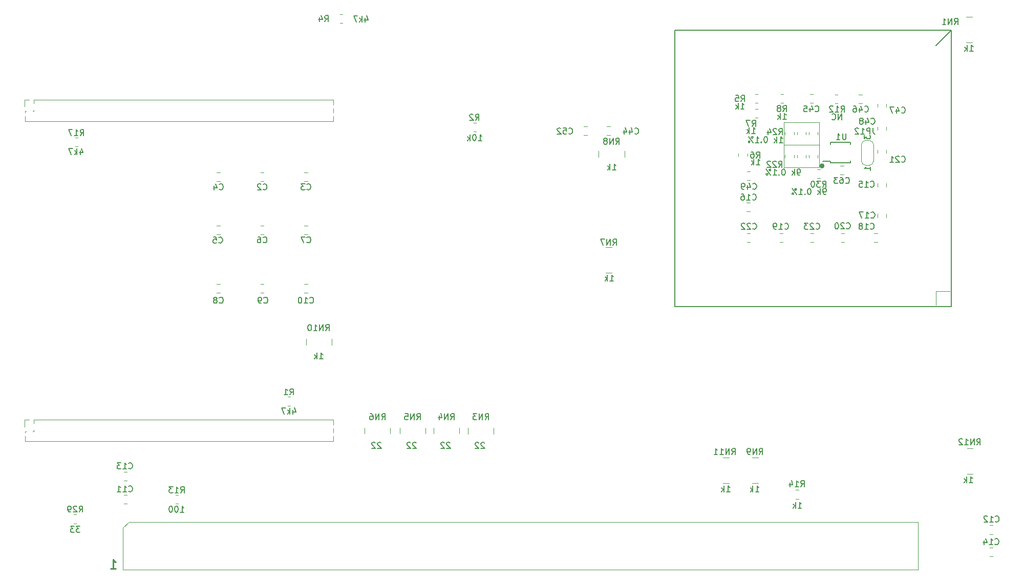
<source format=gbr>
G04 #@! TF.GenerationSoftware,KiCad,Pcbnew,7.0.5-0*
G04 #@! TF.CreationDate,2023-07-16T23:29:11+02:00*
G04 #@! TF.ProjectId,Z3660_v02,5a333636-305f-4763-9032-2e6b69636164,rev?*
G04 #@! TF.SameCoordinates,Original*
G04 #@! TF.FileFunction,Legend,Bot*
G04 #@! TF.FilePolarity,Positive*
%FSLAX46Y46*%
G04 Gerber Fmt 4.6, Leading zero omitted, Abs format (unit mm)*
G04 Created by KiCad (PCBNEW 7.0.5-0) date 2023-07-16 23:29:11*
%MOMM*%
%LPD*%
G01*
G04 APERTURE LIST*
%ADD10C,0.120000*%
%ADD11C,0.400000*%
%ADD12C,0.250000*%
%ADD13C,0.150000*%
%ADD14C,0.200000*%
G04 APERTURE END LIST*
D10*
X213664800Y-55321200D02*
X213664800Y-47853600D01*
D11*
X220164000Y-55067200D02*
G75*
G03*
X220164000Y-55067200I-200000J0D01*
G01*
D10*
X213664800Y-47853600D02*
X219506800Y-47853600D01*
X219506800Y-47853600D02*
X219506800Y-55321200D01*
X241046000Y-75819000D02*
X238760000Y-75819000D01*
X219506800Y-51587400D02*
X213664800Y-51562000D01*
X238760000Y-75819000D02*
X238760000Y-78105000D01*
X219506800Y-55321200D02*
X213664800Y-55321200D01*
D12*
X102339827Y-121686528D02*
X103196970Y-121686528D01*
X102768399Y-121686528D02*
X102768399Y-120186528D01*
X102768399Y-120186528D02*
X102911256Y-120400814D01*
X102911256Y-120400814D02*
X103054113Y-120543671D01*
X103054113Y-120543671D02*
X103196970Y-120615100D01*
D13*
X248623057Y-113861580D02*
X248670676Y-113909200D01*
X248670676Y-113909200D02*
X248813533Y-113956819D01*
X248813533Y-113956819D02*
X248908771Y-113956819D01*
X248908771Y-113956819D02*
X249051628Y-113909200D01*
X249051628Y-113909200D02*
X249146866Y-113813961D01*
X249146866Y-113813961D02*
X249194485Y-113718723D01*
X249194485Y-113718723D02*
X249242104Y-113528247D01*
X249242104Y-113528247D02*
X249242104Y-113385390D01*
X249242104Y-113385390D02*
X249194485Y-113194914D01*
X249194485Y-113194914D02*
X249146866Y-113099676D01*
X249146866Y-113099676D02*
X249051628Y-113004438D01*
X249051628Y-113004438D02*
X248908771Y-112956819D01*
X248908771Y-112956819D02*
X248813533Y-112956819D01*
X248813533Y-112956819D02*
X248670676Y-113004438D01*
X248670676Y-113004438D02*
X248623057Y-113052057D01*
X247670676Y-113956819D02*
X248242104Y-113956819D01*
X247956390Y-113956819D02*
X247956390Y-112956819D01*
X247956390Y-112956819D02*
X248051628Y-113099676D01*
X248051628Y-113099676D02*
X248146866Y-113194914D01*
X248146866Y-113194914D02*
X248242104Y-113242533D01*
X247289723Y-113052057D02*
X247242104Y-113004438D01*
X247242104Y-113004438D02*
X247146866Y-112956819D01*
X247146866Y-112956819D02*
X246908771Y-112956819D01*
X246908771Y-112956819D02*
X246813533Y-113004438D01*
X246813533Y-113004438D02*
X246765914Y-113052057D01*
X246765914Y-113052057D02*
X246718295Y-113147295D01*
X246718295Y-113147295D02*
X246718295Y-113242533D01*
X246718295Y-113242533D02*
X246765914Y-113385390D01*
X246765914Y-113385390D02*
X247337342Y-113956819D01*
X247337342Y-113956819D02*
X246718295Y-113956819D01*
X162650466Y-47510419D02*
X162983799Y-47034228D01*
X163221894Y-47510419D02*
X163221894Y-46510419D01*
X163221894Y-46510419D02*
X162840942Y-46510419D01*
X162840942Y-46510419D02*
X162745704Y-46558038D01*
X162745704Y-46558038D02*
X162698085Y-46605657D01*
X162698085Y-46605657D02*
X162650466Y-46700895D01*
X162650466Y-46700895D02*
X162650466Y-46843752D01*
X162650466Y-46843752D02*
X162698085Y-46938990D01*
X162698085Y-46938990D02*
X162745704Y-46986609D01*
X162745704Y-46986609D02*
X162840942Y-47034228D01*
X162840942Y-47034228D02*
X163221894Y-47034228D01*
X162269513Y-46605657D02*
X162221894Y-46558038D01*
X162221894Y-46558038D02*
X162126656Y-46510419D01*
X162126656Y-46510419D02*
X161888561Y-46510419D01*
X161888561Y-46510419D02*
X161793323Y-46558038D01*
X161793323Y-46558038D02*
X161745704Y-46605657D01*
X161745704Y-46605657D02*
X161698085Y-46700895D01*
X161698085Y-46700895D02*
X161698085Y-46796133D01*
X161698085Y-46796133D02*
X161745704Y-46938990D01*
X161745704Y-46938990D02*
X162317132Y-47510419D01*
X162317132Y-47510419D02*
X161698085Y-47510419D01*
X163129838Y-50863219D02*
X163701266Y-50863219D01*
X163415552Y-50863219D02*
X163415552Y-49863219D01*
X163415552Y-49863219D02*
X163510790Y-50006076D01*
X163510790Y-50006076D02*
X163606028Y-50101314D01*
X163606028Y-50101314D02*
X163701266Y-50148933D01*
X162510790Y-49863219D02*
X162415552Y-49863219D01*
X162415552Y-49863219D02*
X162320314Y-49910838D01*
X162320314Y-49910838D02*
X162272695Y-49958457D01*
X162272695Y-49958457D02*
X162225076Y-50053695D01*
X162225076Y-50053695D02*
X162177457Y-50244171D01*
X162177457Y-50244171D02*
X162177457Y-50482266D01*
X162177457Y-50482266D02*
X162225076Y-50672742D01*
X162225076Y-50672742D02*
X162272695Y-50767980D01*
X162272695Y-50767980D02*
X162320314Y-50815600D01*
X162320314Y-50815600D02*
X162415552Y-50863219D01*
X162415552Y-50863219D02*
X162510790Y-50863219D01*
X162510790Y-50863219D02*
X162606028Y-50815600D01*
X162606028Y-50815600D02*
X162653647Y-50767980D01*
X162653647Y-50767980D02*
X162701266Y-50672742D01*
X162701266Y-50672742D02*
X162748885Y-50482266D01*
X162748885Y-50482266D02*
X162748885Y-50244171D01*
X162748885Y-50244171D02*
X162701266Y-50053695D01*
X162701266Y-50053695D02*
X162653647Y-49958457D01*
X162653647Y-49958457D02*
X162606028Y-49910838D01*
X162606028Y-49910838D02*
X162510790Y-49863219D01*
X161748885Y-50863219D02*
X161748885Y-49863219D01*
X161653647Y-50482266D02*
X161367933Y-50863219D01*
X161367933Y-50196552D02*
X161748885Y-50577504D01*
X205052466Y-102796819D02*
X205385799Y-102320628D01*
X205623894Y-102796819D02*
X205623894Y-101796819D01*
X205623894Y-101796819D02*
X205242942Y-101796819D01*
X205242942Y-101796819D02*
X205147704Y-101844438D01*
X205147704Y-101844438D02*
X205100085Y-101892057D01*
X205100085Y-101892057D02*
X205052466Y-101987295D01*
X205052466Y-101987295D02*
X205052466Y-102130152D01*
X205052466Y-102130152D02*
X205100085Y-102225390D01*
X205100085Y-102225390D02*
X205147704Y-102273009D01*
X205147704Y-102273009D02*
X205242942Y-102320628D01*
X205242942Y-102320628D02*
X205623894Y-102320628D01*
X204623894Y-102796819D02*
X204623894Y-101796819D01*
X204623894Y-101796819D02*
X204052466Y-102796819D01*
X204052466Y-102796819D02*
X204052466Y-101796819D01*
X203052466Y-102796819D02*
X203623894Y-102796819D01*
X203338180Y-102796819D02*
X203338180Y-101796819D01*
X203338180Y-101796819D02*
X203433418Y-101939676D01*
X203433418Y-101939676D02*
X203528656Y-102034914D01*
X203528656Y-102034914D02*
X203623894Y-102082533D01*
X202100085Y-102796819D02*
X202671513Y-102796819D01*
X202385799Y-102796819D02*
X202385799Y-101796819D01*
X202385799Y-101796819D02*
X202481037Y-101939676D01*
X202481037Y-101939676D02*
X202576275Y-102034914D01*
X202576275Y-102034914D02*
X202671513Y-102082533D01*
X204157247Y-108943619D02*
X204728675Y-108943619D01*
X204442961Y-108943619D02*
X204442961Y-107943619D01*
X204442961Y-107943619D02*
X204538199Y-108086476D01*
X204538199Y-108086476D02*
X204633437Y-108181714D01*
X204633437Y-108181714D02*
X204728675Y-108229333D01*
X203728675Y-108943619D02*
X203728675Y-107943619D01*
X203633437Y-108562666D02*
X203347723Y-108943619D01*
X203347723Y-108276952D02*
X203728675Y-108657904D01*
X245540066Y-101206019D02*
X245873399Y-100729828D01*
X246111494Y-101206019D02*
X246111494Y-100206019D01*
X246111494Y-100206019D02*
X245730542Y-100206019D01*
X245730542Y-100206019D02*
X245635304Y-100253638D01*
X245635304Y-100253638D02*
X245587685Y-100301257D01*
X245587685Y-100301257D02*
X245540066Y-100396495D01*
X245540066Y-100396495D02*
X245540066Y-100539352D01*
X245540066Y-100539352D02*
X245587685Y-100634590D01*
X245587685Y-100634590D02*
X245635304Y-100682209D01*
X245635304Y-100682209D02*
X245730542Y-100729828D01*
X245730542Y-100729828D02*
X246111494Y-100729828D01*
X245111494Y-101206019D02*
X245111494Y-100206019D01*
X245111494Y-100206019D02*
X244540066Y-101206019D01*
X244540066Y-101206019D02*
X244540066Y-100206019D01*
X243540066Y-101206019D02*
X244111494Y-101206019D01*
X243825780Y-101206019D02*
X243825780Y-100206019D01*
X243825780Y-100206019D02*
X243921018Y-100348876D01*
X243921018Y-100348876D02*
X244016256Y-100444114D01*
X244016256Y-100444114D02*
X244111494Y-100491733D01*
X243159113Y-100301257D02*
X243111494Y-100253638D01*
X243111494Y-100253638D02*
X243016256Y-100206019D01*
X243016256Y-100206019D02*
X242778161Y-100206019D01*
X242778161Y-100206019D02*
X242682923Y-100253638D01*
X242682923Y-100253638D02*
X242635304Y-100301257D01*
X242635304Y-100301257D02*
X242587685Y-100396495D01*
X242587685Y-100396495D02*
X242587685Y-100491733D01*
X242587685Y-100491733D02*
X242635304Y-100634590D01*
X242635304Y-100634590D02*
X243206732Y-101206019D01*
X243206732Y-101206019D02*
X242587685Y-101206019D01*
X244289247Y-107454419D02*
X244860675Y-107454419D01*
X244574961Y-107454419D02*
X244574961Y-106454419D01*
X244574961Y-106454419D02*
X244670199Y-106597276D01*
X244670199Y-106597276D02*
X244765437Y-106692514D01*
X244765437Y-106692514D02*
X244860675Y-106740133D01*
X243860675Y-107454419D02*
X243860675Y-106454419D01*
X243765437Y-107073466D02*
X243479723Y-107454419D01*
X243479723Y-106787752D02*
X243860675Y-107168704D01*
X185856476Y-51472819D02*
X186189809Y-50996628D01*
X186427904Y-51472819D02*
X186427904Y-50472819D01*
X186427904Y-50472819D02*
X186046952Y-50472819D01*
X186046952Y-50472819D02*
X185951714Y-50520438D01*
X185951714Y-50520438D02*
X185904095Y-50568057D01*
X185904095Y-50568057D02*
X185856476Y-50663295D01*
X185856476Y-50663295D02*
X185856476Y-50806152D01*
X185856476Y-50806152D02*
X185904095Y-50901390D01*
X185904095Y-50901390D02*
X185951714Y-50949009D01*
X185951714Y-50949009D02*
X186046952Y-50996628D01*
X186046952Y-50996628D02*
X186427904Y-50996628D01*
X185427904Y-51472819D02*
X185427904Y-50472819D01*
X185427904Y-50472819D02*
X184856476Y-51472819D01*
X184856476Y-51472819D02*
X184856476Y-50472819D01*
X184237428Y-50901390D02*
X184332666Y-50853771D01*
X184332666Y-50853771D02*
X184380285Y-50806152D01*
X184380285Y-50806152D02*
X184427904Y-50710914D01*
X184427904Y-50710914D02*
X184427904Y-50663295D01*
X184427904Y-50663295D02*
X184380285Y-50568057D01*
X184380285Y-50568057D02*
X184332666Y-50520438D01*
X184332666Y-50520438D02*
X184237428Y-50472819D01*
X184237428Y-50472819D02*
X184046952Y-50472819D01*
X184046952Y-50472819D02*
X183951714Y-50520438D01*
X183951714Y-50520438D02*
X183904095Y-50568057D01*
X183904095Y-50568057D02*
X183856476Y-50663295D01*
X183856476Y-50663295D02*
X183856476Y-50710914D01*
X183856476Y-50710914D02*
X183904095Y-50806152D01*
X183904095Y-50806152D02*
X183951714Y-50853771D01*
X183951714Y-50853771D02*
X184046952Y-50901390D01*
X184046952Y-50901390D02*
X184237428Y-50901390D01*
X184237428Y-50901390D02*
X184332666Y-50949009D01*
X184332666Y-50949009D02*
X184380285Y-50996628D01*
X184380285Y-50996628D02*
X184427904Y-51091866D01*
X184427904Y-51091866D02*
X184427904Y-51282342D01*
X184427904Y-51282342D02*
X184380285Y-51377580D01*
X184380285Y-51377580D02*
X184332666Y-51425200D01*
X184332666Y-51425200D02*
X184237428Y-51472819D01*
X184237428Y-51472819D02*
X184046952Y-51472819D01*
X184046952Y-51472819D02*
X183951714Y-51425200D01*
X183951714Y-51425200D02*
X183904095Y-51377580D01*
X183904095Y-51377580D02*
X183856476Y-51282342D01*
X183856476Y-51282342D02*
X183856476Y-51091866D01*
X183856476Y-51091866D02*
X183904095Y-50996628D01*
X183904095Y-50996628D02*
X183951714Y-50949009D01*
X183951714Y-50949009D02*
X184046952Y-50901390D01*
X185310447Y-55740019D02*
X185881875Y-55740019D01*
X185596161Y-55740019D02*
X185596161Y-54740019D01*
X185596161Y-54740019D02*
X185691399Y-54882876D01*
X185691399Y-54882876D02*
X185786637Y-54978114D01*
X185786637Y-54978114D02*
X185881875Y-55025733D01*
X184881875Y-55740019D02*
X184881875Y-54740019D01*
X184786637Y-55359066D02*
X184500923Y-55740019D01*
X184500923Y-55073352D02*
X184881875Y-55454304D01*
X241863476Y-31660819D02*
X242196809Y-31184628D01*
X242434904Y-31660819D02*
X242434904Y-30660819D01*
X242434904Y-30660819D02*
X242053952Y-30660819D01*
X242053952Y-30660819D02*
X241958714Y-30708438D01*
X241958714Y-30708438D02*
X241911095Y-30756057D01*
X241911095Y-30756057D02*
X241863476Y-30851295D01*
X241863476Y-30851295D02*
X241863476Y-30994152D01*
X241863476Y-30994152D02*
X241911095Y-31089390D01*
X241911095Y-31089390D02*
X241958714Y-31137009D01*
X241958714Y-31137009D02*
X242053952Y-31184628D01*
X242053952Y-31184628D02*
X242434904Y-31184628D01*
X241434904Y-31660819D02*
X241434904Y-30660819D01*
X241434904Y-30660819D02*
X240863476Y-31660819D01*
X240863476Y-31660819D02*
X240863476Y-30660819D01*
X239863476Y-31660819D02*
X240434904Y-31660819D01*
X240149190Y-31660819D02*
X240149190Y-30660819D01*
X240149190Y-30660819D02*
X240244428Y-30803676D01*
X240244428Y-30803676D02*
X240339666Y-30898914D01*
X240339666Y-30898914D02*
X240434904Y-30946533D01*
X244390847Y-36080419D02*
X244962275Y-36080419D01*
X244676561Y-36080419D02*
X244676561Y-35080419D01*
X244676561Y-35080419D02*
X244771799Y-35223276D01*
X244771799Y-35223276D02*
X244867037Y-35318514D01*
X244867037Y-35318514D02*
X244962275Y-35366133D01*
X243962275Y-36080419D02*
X243962275Y-35080419D01*
X243867037Y-35699466D02*
X243581323Y-36080419D01*
X243581323Y-35413752D02*
X243962275Y-35794704D01*
X185373876Y-68186019D02*
X185707209Y-67709828D01*
X185945304Y-68186019D02*
X185945304Y-67186019D01*
X185945304Y-67186019D02*
X185564352Y-67186019D01*
X185564352Y-67186019D02*
X185469114Y-67233638D01*
X185469114Y-67233638D02*
X185421495Y-67281257D01*
X185421495Y-67281257D02*
X185373876Y-67376495D01*
X185373876Y-67376495D02*
X185373876Y-67519352D01*
X185373876Y-67519352D02*
X185421495Y-67614590D01*
X185421495Y-67614590D02*
X185469114Y-67662209D01*
X185469114Y-67662209D02*
X185564352Y-67709828D01*
X185564352Y-67709828D02*
X185945304Y-67709828D01*
X184945304Y-68186019D02*
X184945304Y-67186019D01*
X184945304Y-67186019D02*
X184373876Y-68186019D01*
X184373876Y-68186019D02*
X184373876Y-67186019D01*
X183992923Y-67186019D02*
X183326257Y-67186019D01*
X183326257Y-67186019D02*
X183754828Y-68186019D01*
X184904047Y-74078819D02*
X185475475Y-74078819D01*
X185189761Y-74078819D02*
X185189761Y-73078819D01*
X185189761Y-73078819D02*
X185284999Y-73221676D01*
X185284999Y-73221676D02*
X185380237Y-73316914D01*
X185380237Y-73316914D02*
X185475475Y-73364533D01*
X184475475Y-74078819D02*
X184475475Y-73078819D01*
X184380237Y-73697866D02*
X184094523Y-74078819D01*
X184094523Y-73412152D02*
X184475475Y-73793104D01*
X233103657Y-46231980D02*
X233151276Y-46279600D01*
X233151276Y-46279600D02*
X233294133Y-46327219D01*
X233294133Y-46327219D02*
X233389371Y-46327219D01*
X233389371Y-46327219D02*
X233532228Y-46279600D01*
X233532228Y-46279600D02*
X233627466Y-46184361D01*
X233627466Y-46184361D02*
X233675085Y-46089123D01*
X233675085Y-46089123D02*
X233722704Y-45898647D01*
X233722704Y-45898647D02*
X233722704Y-45755790D01*
X233722704Y-45755790D02*
X233675085Y-45565314D01*
X233675085Y-45565314D02*
X233627466Y-45470076D01*
X233627466Y-45470076D02*
X233532228Y-45374838D01*
X233532228Y-45374838D02*
X233389371Y-45327219D01*
X233389371Y-45327219D02*
X233294133Y-45327219D01*
X233294133Y-45327219D02*
X233151276Y-45374838D01*
X233151276Y-45374838D02*
X233103657Y-45422457D01*
X232246514Y-45660552D02*
X232246514Y-46327219D01*
X232484609Y-45279600D02*
X232722704Y-45993885D01*
X232722704Y-45993885D02*
X232103657Y-45993885D01*
X231817942Y-45327219D02*
X231151276Y-45327219D01*
X231151276Y-45327219D02*
X231579847Y-46327219D01*
X105316257Y-108883180D02*
X105363876Y-108930800D01*
X105363876Y-108930800D02*
X105506733Y-108978419D01*
X105506733Y-108978419D02*
X105601971Y-108978419D01*
X105601971Y-108978419D02*
X105744828Y-108930800D01*
X105744828Y-108930800D02*
X105840066Y-108835561D01*
X105840066Y-108835561D02*
X105887685Y-108740323D01*
X105887685Y-108740323D02*
X105935304Y-108549847D01*
X105935304Y-108549847D02*
X105935304Y-108406990D01*
X105935304Y-108406990D02*
X105887685Y-108216514D01*
X105887685Y-108216514D02*
X105840066Y-108121276D01*
X105840066Y-108121276D02*
X105744828Y-108026038D01*
X105744828Y-108026038D02*
X105601971Y-107978419D01*
X105601971Y-107978419D02*
X105506733Y-107978419D01*
X105506733Y-107978419D02*
X105363876Y-108026038D01*
X105363876Y-108026038D02*
X105316257Y-108073657D01*
X104363876Y-108978419D02*
X104935304Y-108978419D01*
X104649590Y-108978419D02*
X104649590Y-107978419D01*
X104649590Y-107978419D02*
X104744828Y-108121276D01*
X104744828Y-108121276D02*
X104840066Y-108216514D01*
X104840066Y-108216514D02*
X104935304Y-108264133D01*
X103411495Y-108978419D02*
X103982923Y-108978419D01*
X103697209Y-108978419D02*
X103697209Y-107978419D01*
X103697209Y-107978419D02*
X103792447Y-108121276D01*
X103792447Y-108121276D02*
X103887685Y-108216514D01*
X103887685Y-108216514D02*
X103982923Y-108264133D01*
X209107066Y-53744019D02*
X209440399Y-53267828D01*
X209678494Y-53744019D02*
X209678494Y-52744019D01*
X209678494Y-52744019D02*
X209297542Y-52744019D01*
X209297542Y-52744019D02*
X209202304Y-52791638D01*
X209202304Y-52791638D02*
X209154685Y-52839257D01*
X209154685Y-52839257D02*
X209107066Y-52934495D01*
X209107066Y-52934495D02*
X209107066Y-53077352D01*
X209107066Y-53077352D02*
X209154685Y-53172590D01*
X209154685Y-53172590D02*
X209202304Y-53220209D01*
X209202304Y-53220209D02*
X209297542Y-53267828D01*
X209297542Y-53267828D02*
X209678494Y-53267828D01*
X208249923Y-52744019D02*
X208440399Y-52744019D01*
X208440399Y-52744019D02*
X208535637Y-52791638D01*
X208535637Y-52791638D02*
X208583256Y-52839257D01*
X208583256Y-52839257D02*
X208678494Y-52982114D01*
X208678494Y-52982114D02*
X208726113Y-53172590D01*
X208726113Y-53172590D02*
X208726113Y-53553542D01*
X208726113Y-53553542D02*
X208678494Y-53648780D01*
X208678494Y-53648780D02*
X208630875Y-53696400D01*
X208630875Y-53696400D02*
X208535637Y-53744019D01*
X208535637Y-53744019D02*
X208345161Y-53744019D01*
X208345161Y-53744019D02*
X208249923Y-53696400D01*
X208249923Y-53696400D02*
X208202304Y-53648780D01*
X208202304Y-53648780D02*
X208154685Y-53553542D01*
X208154685Y-53553542D02*
X208154685Y-53315447D01*
X208154685Y-53315447D02*
X208202304Y-53220209D01*
X208202304Y-53220209D02*
X208249923Y-53172590D01*
X208249923Y-53172590D02*
X208345161Y-53124971D01*
X208345161Y-53124971D02*
X208535637Y-53124971D01*
X208535637Y-53124971D02*
X208630875Y-53172590D01*
X208630875Y-53172590D02*
X208678494Y-53220209D01*
X208678494Y-53220209D02*
X208726113Y-53315447D01*
X209110247Y-54912419D02*
X209681675Y-54912419D01*
X209395961Y-54912419D02*
X209395961Y-53912419D01*
X209395961Y-53912419D02*
X209491199Y-54055276D01*
X209491199Y-54055276D02*
X209586437Y-54150514D01*
X209586437Y-54150514D02*
X209681675Y-54198133D01*
X208681675Y-54912419D02*
X208681675Y-53912419D01*
X208586437Y-54531466D02*
X208300723Y-54912419D01*
X208300723Y-54245752D02*
X208681675Y-54626704D01*
X208395866Y-48511619D02*
X208729199Y-48035428D01*
X208967294Y-48511619D02*
X208967294Y-47511619D01*
X208967294Y-47511619D02*
X208586342Y-47511619D01*
X208586342Y-47511619D02*
X208491104Y-47559238D01*
X208491104Y-47559238D02*
X208443485Y-47606857D01*
X208443485Y-47606857D02*
X208395866Y-47702095D01*
X208395866Y-47702095D02*
X208395866Y-47844952D01*
X208395866Y-47844952D02*
X208443485Y-47940190D01*
X208443485Y-47940190D02*
X208491104Y-47987809D01*
X208491104Y-47987809D02*
X208586342Y-48035428D01*
X208586342Y-48035428D02*
X208967294Y-48035428D01*
X208062532Y-47511619D02*
X207395866Y-47511619D01*
X207395866Y-47511619D02*
X207824437Y-48511619D01*
X208348247Y-49680019D02*
X208919675Y-49680019D01*
X208633961Y-49680019D02*
X208633961Y-48680019D01*
X208633961Y-48680019D02*
X208729199Y-48822876D01*
X208729199Y-48822876D02*
X208824437Y-48918114D01*
X208824437Y-48918114D02*
X208919675Y-48965733D01*
X207919675Y-49680019D02*
X207919675Y-48680019D01*
X207824437Y-49299066D02*
X207538723Y-49680019D01*
X207538723Y-49013352D02*
X207919675Y-49394304D01*
X213526666Y-46073219D02*
X213859999Y-45597028D01*
X214098094Y-46073219D02*
X214098094Y-45073219D01*
X214098094Y-45073219D02*
X213717142Y-45073219D01*
X213717142Y-45073219D02*
X213621904Y-45120838D01*
X213621904Y-45120838D02*
X213574285Y-45168457D01*
X213574285Y-45168457D02*
X213526666Y-45263695D01*
X213526666Y-45263695D02*
X213526666Y-45406552D01*
X213526666Y-45406552D02*
X213574285Y-45501790D01*
X213574285Y-45501790D02*
X213621904Y-45549409D01*
X213621904Y-45549409D02*
X213717142Y-45597028D01*
X213717142Y-45597028D02*
X214098094Y-45597028D01*
X212955237Y-45501790D02*
X213050475Y-45454171D01*
X213050475Y-45454171D02*
X213098094Y-45406552D01*
X213098094Y-45406552D02*
X213145713Y-45311314D01*
X213145713Y-45311314D02*
X213145713Y-45263695D01*
X213145713Y-45263695D02*
X213098094Y-45168457D01*
X213098094Y-45168457D02*
X213050475Y-45120838D01*
X213050475Y-45120838D02*
X212955237Y-45073219D01*
X212955237Y-45073219D02*
X212764761Y-45073219D01*
X212764761Y-45073219D02*
X212669523Y-45120838D01*
X212669523Y-45120838D02*
X212621904Y-45168457D01*
X212621904Y-45168457D02*
X212574285Y-45263695D01*
X212574285Y-45263695D02*
X212574285Y-45311314D01*
X212574285Y-45311314D02*
X212621904Y-45406552D01*
X212621904Y-45406552D02*
X212669523Y-45454171D01*
X212669523Y-45454171D02*
X212764761Y-45501790D01*
X212764761Y-45501790D02*
X212955237Y-45501790D01*
X212955237Y-45501790D02*
X213050475Y-45549409D01*
X213050475Y-45549409D02*
X213098094Y-45597028D01*
X213098094Y-45597028D02*
X213145713Y-45692266D01*
X213145713Y-45692266D02*
X213145713Y-45882742D01*
X213145713Y-45882742D02*
X213098094Y-45977980D01*
X213098094Y-45977980D02*
X213050475Y-46025600D01*
X213050475Y-46025600D02*
X212955237Y-46073219D01*
X212955237Y-46073219D02*
X212764761Y-46073219D01*
X212764761Y-46073219D02*
X212669523Y-46025600D01*
X212669523Y-46025600D02*
X212621904Y-45977980D01*
X212621904Y-45977980D02*
X212574285Y-45882742D01*
X212574285Y-45882742D02*
X212574285Y-45692266D01*
X212574285Y-45692266D02*
X212621904Y-45597028D01*
X212621904Y-45597028D02*
X212669523Y-45549409D01*
X212669523Y-45549409D02*
X212764761Y-45501790D01*
X213479047Y-47343219D02*
X214050475Y-47343219D01*
X213764761Y-47343219D02*
X213764761Y-46343219D01*
X213764761Y-46343219D02*
X213859999Y-46486076D01*
X213859999Y-46486076D02*
X213955237Y-46581314D01*
X213955237Y-46581314D02*
X214050475Y-46628933D01*
X213050475Y-47343219D02*
X213050475Y-46343219D01*
X212955237Y-46962266D02*
X212669523Y-47343219D01*
X212669523Y-46676552D02*
X213050475Y-47057504D01*
X113901457Y-109130819D02*
X114234790Y-108654628D01*
X114472885Y-109130819D02*
X114472885Y-108130819D01*
X114472885Y-108130819D02*
X114091933Y-108130819D01*
X114091933Y-108130819D02*
X113996695Y-108178438D01*
X113996695Y-108178438D02*
X113949076Y-108226057D01*
X113949076Y-108226057D02*
X113901457Y-108321295D01*
X113901457Y-108321295D02*
X113901457Y-108464152D01*
X113901457Y-108464152D02*
X113949076Y-108559390D01*
X113949076Y-108559390D02*
X113996695Y-108607009D01*
X113996695Y-108607009D02*
X114091933Y-108654628D01*
X114091933Y-108654628D02*
X114472885Y-108654628D01*
X112949076Y-109130819D02*
X113520504Y-109130819D01*
X113234790Y-109130819D02*
X113234790Y-108130819D01*
X113234790Y-108130819D02*
X113330028Y-108273676D01*
X113330028Y-108273676D02*
X113425266Y-108368914D01*
X113425266Y-108368914D02*
X113520504Y-108416533D01*
X112615742Y-108130819D02*
X111996695Y-108130819D01*
X111996695Y-108130819D02*
X112330028Y-108511771D01*
X112330028Y-108511771D02*
X112187171Y-108511771D01*
X112187171Y-108511771D02*
X112091933Y-108559390D01*
X112091933Y-108559390D02*
X112044314Y-108607009D01*
X112044314Y-108607009D02*
X111996695Y-108702247D01*
X111996695Y-108702247D02*
X111996695Y-108940342D01*
X111996695Y-108940342D02*
X112044314Y-109035580D01*
X112044314Y-109035580D02*
X112091933Y-109083200D01*
X112091933Y-109083200D02*
X112187171Y-109130819D01*
X112187171Y-109130819D02*
X112472885Y-109130819D01*
X112472885Y-109130819D02*
X112568123Y-109083200D01*
X112568123Y-109083200D02*
X112615742Y-109035580D01*
X113874466Y-112331219D02*
X114445894Y-112331219D01*
X114160180Y-112331219D02*
X114160180Y-111331219D01*
X114160180Y-111331219D02*
X114255418Y-111474076D01*
X114255418Y-111474076D02*
X114350656Y-111569314D01*
X114350656Y-111569314D02*
X114445894Y-111616933D01*
X113255418Y-111331219D02*
X113160180Y-111331219D01*
X113160180Y-111331219D02*
X113064942Y-111378838D01*
X113064942Y-111378838D02*
X113017323Y-111426457D01*
X113017323Y-111426457D02*
X112969704Y-111521695D01*
X112969704Y-111521695D02*
X112922085Y-111712171D01*
X112922085Y-111712171D02*
X112922085Y-111950266D01*
X112922085Y-111950266D02*
X112969704Y-112140742D01*
X112969704Y-112140742D02*
X113017323Y-112235980D01*
X113017323Y-112235980D02*
X113064942Y-112283600D01*
X113064942Y-112283600D02*
X113160180Y-112331219D01*
X113160180Y-112331219D02*
X113255418Y-112331219D01*
X113255418Y-112331219D02*
X113350656Y-112283600D01*
X113350656Y-112283600D02*
X113398275Y-112235980D01*
X113398275Y-112235980D02*
X113445894Y-112140742D01*
X113445894Y-112140742D02*
X113493513Y-111950266D01*
X113493513Y-111950266D02*
X113493513Y-111712171D01*
X113493513Y-111712171D02*
X113445894Y-111521695D01*
X113445894Y-111521695D02*
X113398275Y-111426457D01*
X113398275Y-111426457D02*
X113350656Y-111378838D01*
X113350656Y-111378838D02*
X113255418Y-111331219D01*
X112303037Y-111331219D02*
X112207799Y-111331219D01*
X112207799Y-111331219D02*
X112112561Y-111378838D01*
X112112561Y-111378838D02*
X112064942Y-111426457D01*
X112064942Y-111426457D02*
X112017323Y-111521695D01*
X112017323Y-111521695D02*
X111969704Y-111712171D01*
X111969704Y-111712171D02*
X111969704Y-111950266D01*
X111969704Y-111950266D02*
X112017323Y-112140742D01*
X112017323Y-112140742D02*
X112064942Y-112235980D01*
X112064942Y-112235980D02*
X112112561Y-112283600D01*
X112112561Y-112283600D02*
X112207799Y-112331219D01*
X112207799Y-112331219D02*
X112303037Y-112331219D01*
X112303037Y-112331219D02*
X112398275Y-112283600D01*
X112398275Y-112283600D02*
X112445894Y-112235980D01*
X112445894Y-112235980D02*
X112493513Y-112140742D01*
X112493513Y-112140742D02*
X112541132Y-111950266D01*
X112541132Y-111950266D02*
X112541132Y-111712171D01*
X112541132Y-111712171D02*
X112493513Y-111521695D01*
X112493513Y-111521695D02*
X112445894Y-111426457D01*
X112445894Y-111426457D02*
X112398275Y-111378838D01*
X112398275Y-111378838D02*
X112303037Y-111331219D01*
X209554676Y-102796819D02*
X209888009Y-102320628D01*
X210126104Y-102796819D02*
X210126104Y-101796819D01*
X210126104Y-101796819D02*
X209745152Y-101796819D01*
X209745152Y-101796819D02*
X209649914Y-101844438D01*
X209649914Y-101844438D02*
X209602295Y-101892057D01*
X209602295Y-101892057D02*
X209554676Y-101987295D01*
X209554676Y-101987295D02*
X209554676Y-102130152D01*
X209554676Y-102130152D02*
X209602295Y-102225390D01*
X209602295Y-102225390D02*
X209649914Y-102273009D01*
X209649914Y-102273009D02*
X209745152Y-102320628D01*
X209745152Y-102320628D02*
X210126104Y-102320628D01*
X209126104Y-102796819D02*
X209126104Y-101796819D01*
X209126104Y-101796819D02*
X208554676Y-102796819D01*
X208554676Y-102796819D02*
X208554676Y-101796819D01*
X208030866Y-102796819D02*
X207840390Y-102796819D01*
X207840390Y-102796819D02*
X207745152Y-102749200D01*
X207745152Y-102749200D02*
X207697533Y-102701580D01*
X207697533Y-102701580D02*
X207602295Y-102558723D01*
X207602295Y-102558723D02*
X207554676Y-102368247D01*
X207554676Y-102368247D02*
X207554676Y-101987295D01*
X207554676Y-101987295D02*
X207602295Y-101892057D01*
X207602295Y-101892057D02*
X207649914Y-101844438D01*
X207649914Y-101844438D02*
X207745152Y-101796819D01*
X207745152Y-101796819D02*
X207935628Y-101796819D01*
X207935628Y-101796819D02*
X208030866Y-101844438D01*
X208030866Y-101844438D02*
X208078485Y-101892057D01*
X208078485Y-101892057D02*
X208126104Y-101987295D01*
X208126104Y-101987295D02*
X208126104Y-102225390D01*
X208126104Y-102225390D02*
X208078485Y-102320628D01*
X208078485Y-102320628D02*
X208030866Y-102368247D01*
X208030866Y-102368247D02*
X207935628Y-102415866D01*
X207935628Y-102415866D02*
X207745152Y-102415866D01*
X207745152Y-102415866D02*
X207649914Y-102368247D01*
X207649914Y-102368247D02*
X207602295Y-102320628D01*
X207602295Y-102320628D02*
X207554676Y-102225390D01*
X208957847Y-108994419D02*
X209529275Y-108994419D01*
X209243561Y-108994419D02*
X209243561Y-107994419D01*
X209243561Y-107994419D02*
X209338799Y-108137276D01*
X209338799Y-108137276D02*
X209434037Y-108232514D01*
X209434037Y-108232514D02*
X209529275Y-108280133D01*
X208529275Y-108994419D02*
X208529275Y-107994419D01*
X208434037Y-108613466D02*
X208148323Y-108994419D01*
X208148323Y-108327752D02*
X208529275Y-108708704D01*
X137894866Y-82308419D02*
X138228199Y-81832228D01*
X138466294Y-82308419D02*
X138466294Y-81308419D01*
X138466294Y-81308419D02*
X138085342Y-81308419D01*
X138085342Y-81308419D02*
X137990104Y-81356038D01*
X137990104Y-81356038D02*
X137942485Y-81403657D01*
X137942485Y-81403657D02*
X137894866Y-81498895D01*
X137894866Y-81498895D02*
X137894866Y-81641752D01*
X137894866Y-81641752D02*
X137942485Y-81736990D01*
X137942485Y-81736990D02*
X137990104Y-81784609D01*
X137990104Y-81784609D02*
X138085342Y-81832228D01*
X138085342Y-81832228D02*
X138466294Y-81832228D01*
X137466294Y-82308419D02*
X137466294Y-81308419D01*
X137466294Y-81308419D02*
X136894866Y-82308419D01*
X136894866Y-82308419D02*
X136894866Y-81308419D01*
X135894866Y-82308419D02*
X136466294Y-82308419D01*
X136180580Y-82308419D02*
X136180580Y-81308419D01*
X136180580Y-81308419D02*
X136275818Y-81451276D01*
X136275818Y-81451276D02*
X136371056Y-81546514D01*
X136371056Y-81546514D02*
X136466294Y-81594133D01*
X135275818Y-81308419D02*
X135180580Y-81308419D01*
X135180580Y-81308419D02*
X135085342Y-81356038D01*
X135085342Y-81356038D02*
X135037723Y-81403657D01*
X135037723Y-81403657D02*
X134990104Y-81498895D01*
X134990104Y-81498895D02*
X134942485Y-81689371D01*
X134942485Y-81689371D02*
X134942485Y-81927466D01*
X134942485Y-81927466D02*
X134990104Y-82117942D01*
X134990104Y-82117942D02*
X135037723Y-82213180D01*
X135037723Y-82213180D02*
X135085342Y-82260800D01*
X135085342Y-82260800D02*
X135180580Y-82308419D01*
X135180580Y-82308419D02*
X135275818Y-82308419D01*
X135275818Y-82308419D02*
X135371056Y-82260800D01*
X135371056Y-82260800D02*
X135418675Y-82213180D01*
X135418675Y-82213180D02*
X135466294Y-82117942D01*
X135466294Y-82117942D02*
X135513913Y-81927466D01*
X135513913Y-81927466D02*
X135513913Y-81689371D01*
X135513913Y-81689371D02*
X135466294Y-81498895D01*
X135466294Y-81498895D02*
X135418675Y-81403657D01*
X135418675Y-81403657D02*
X135371056Y-81356038D01*
X135371056Y-81356038D02*
X135275818Y-81308419D01*
X136847247Y-86982019D02*
X137418675Y-86982019D01*
X137132961Y-86982019D02*
X137132961Y-85982019D01*
X137132961Y-85982019D02*
X137228199Y-86124876D01*
X137228199Y-86124876D02*
X137323437Y-86220114D01*
X137323437Y-86220114D02*
X137418675Y-86267733D01*
X136418675Y-86982019D02*
X136418675Y-85982019D01*
X136323437Y-86601066D02*
X136037723Y-86982019D01*
X136037723Y-86315352D02*
X136418675Y-86696304D01*
X164253276Y-97052019D02*
X164586609Y-96575828D01*
X164824704Y-97052019D02*
X164824704Y-96052019D01*
X164824704Y-96052019D02*
X164443752Y-96052019D01*
X164443752Y-96052019D02*
X164348514Y-96099638D01*
X164348514Y-96099638D02*
X164300895Y-96147257D01*
X164300895Y-96147257D02*
X164253276Y-96242495D01*
X164253276Y-96242495D02*
X164253276Y-96385352D01*
X164253276Y-96385352D02*
X164300895Y-96480590D01*
X164300895Y-96480590D02*
X164348514Y-96528209D01*
X164348514Y-96528209D02*
X164443752Y-96575828D01*
X164443752Y-96575828D02*
X164824704Y-96575828D01*
X163824704Y-97052019D02*
X163824704Y-96052019D01*
X163824704Y-96052019D02*
X163253276Y-97052019D01*
X163253276Y-97052019D02*
X163253276Y-96052019D01*
X162872323Y-96052019D02*
X162253276Y-96052019D01*
X162253276Y-96052019D02*
X162586609Y-96432971D01*
X162586609Y-96432971D02*
X162443752Y-96432971D01*
X162443752Y-96432971D02*
X162348514Y-96480590D01*
X162348514Y-96480590D02*
X162300895Y-96528209D01*
X162300895Y-96528209D02*
X162253276Y-96623447D01*
X162253276Y-96623447D02*
X162253276Y-96861542D01*
X162253276Y-96861542D02*
X162300895Y-96956780D01*
X162300895Y-96956780D02*
X162348514Y-97004400D01*
X162348514Y-97004400D02*
X162443752Y-97052019D01*
X162443752Y-97052019D02*
X162729466Y-97052019D01*
X162729466Y-97052019D02*
X162824704Y-97004400D01*
X162824704Y-97004400D02*
X162872323Y-96956780D01*
X164137504Y-100907857D02*
X164089885Y-100860238D01*
X164089885Y-100860238D02*
X163994647Y-100812619D01*
X163994647Y-100812619D02*
X163756552Y-100812619D01*
X163756552Y-100812619D02*
X163661314Y-100860238D01*
X163661314Y-100860238D02*
X163613695Y-100907857D01*
X163613695Y-100907857D02*
X163566076Y-101003095D01*
X163566076Y-101003095D02*
X163566076Y-101098333D01*
X163566076Y-101098333D02*
X163613695Y-101241190D01*
X163613695Y-101241190D02*
X164185123Y-101812619D01*
X164185123Y-101812619D02*
X163566076Y-101812619D01*
X163185123Y-100907857D02*
X163137504Y-100860238D01*
X163137504Y-100860238D02*
X163042266Y-100812619D01*
X163042266Y-100812619D02*
X162804171Y-100812619D01*
X162804171Y-100812619D02*
X162708933Y-100860238D01*
X162708933Y-100860238D02*
X162661314Y-100907857D01*
X162661314Y-100907857D02*
X162613695Y-101003095D01*
X162613695Y-101003095D02*
X162613695Y-101098333D01*
X162613695Y-101098333D02*
X162661314Y-101241190D01*
X162661314Y-101241190D02*
X163232742Y-101812619D01*
X163232742Y-101812619D02*
X162613695Y-101812619D01*
X152944876Y-97031819D02*
X153278209Y-96555628D01*
X153516304Y-97031819D02*
X153516304Y-96031819D01*
X153516304Y-96031819D02*
X153135352Y-96031819D01*
X153135352Y-96031819D02*
X153040114Y-96079438D01*
X153040114Y-96079438D02*
X152992495Y-96127057D01*
X152992495Y-96127057D02*
X152944876Y-96222295D01*
X152944876Y-96222295D02*
X152944876Y-96365152D01*
X152944876Y-96365152D02*
X152992495Y-96460390D01*
X152992495Y-96460390D02*
X153040114Y-96508009D01*
X153040114Y-96508009D02*
X153135352Y-96555628D01*
X153135352Y-96555628D02*
X153516304Y-96555628D01*
X152516304Y-97031819D02*
X152516304Y-96031819D01*
X152516304Y-96031819D02*
X151944876Y-97031819D01*
X151944876Y-97031819D02*
X151944876Y-96031819D01*
X150992495Y-96031819D02*
X151468685Y-96031819D01*
X151468685Y-96031819D02*
X151516304Y-96508009D01*
X151516304Y-96508009D02*
X151468685Y-96460390D01*
X151468685Y-96460390D02*
X151373447Y-96412771D01*
X151373447Y-96412771D02*
X151135352Y-96412771D01*
X151135352Y-96412771D02*
X151040114Y-96460390D01*
X151040114Y-96460390D02*
X150992495Y-96508009D01*
X150992495Y-96508009D02*
X150944876Y-96603247D01*
X150944876Y-96603247D02*
X150944876Y-96841342D01*
X150944876Y-96841342D02*
X150992495Y-96936580D01*
X150992495Y-96936580D02*
X151040114Y-96984200D01*
X151040114Y-96984200D02*
X151135352Y-97031819D01*
X151135352Y-97031819D02*
X151373447Y-97031819D01*
X151373447Y-97031819D02*
X151468685Y-96984200D01*
X151468685Y-96984200D02*
X151516304Y-96936580D01*
X152829104Y-100887657D02*
X152781485Y-100840038D01*
X152781485Y-100840038D02*
X152686247Y-100792419D01*
X152686247Y-100792419D02*
X152448152Y-100792419D01*
X152448152Y-100792419D02*
X152352914Y-100840038D01*
X152352914Y-100840038D02*
X152305295Y-100887657D01*
X152305295Y-100887657D02*
X152257676Y-100982895D01*
X152257676Y-100982895D02*
X152257676Y-101078133D01*
X152257676Y-101078133D02*
X152305295Y-101220990D01*
X152305295Y-101220990D02*
X152876723Y-101792419D01*
X152876723Y-101792419D02*
X152257676Y-101792419D01*
X151876723Y-100887657D02*
X151829104Y-100840038D01*
X151829104Y-100840038D02*
X151733866Y-100792419D01*
X151733866Y-100792419D02*
X151495771Y-100792419D01*
X151495771Y-100792419D02*
X151400533Y-100840038D01*
X151400533Y-100840038D02*
X151352914Y-100887657D01*
X151352914Y-100887657D02*
X151305295Y-100982895D01*
X151305295Y-100982895D02*
X151305295Y-101078133D01*
X151305295Y-101078133D02*
X151352914Y-101220990D01*
X151352914Y-101220990D02*
X151924342Y-101792419D01*
X151924342Y-101792419D02*
X151305295Y-101792419D01*
X147152476Y-97031819D02*
X147485809Y-96555628D01*
X147723904Y-97031819D02*
X147723904Y-96031819D01*
X147723904Y-96031819D02*
X147342952Y-96031819D01*
X147342952Y-96031819D02*
X147247714Y-96079438D01*
X147247714Y-96079438D02*
X147200095Y-96127057D01*
X147200095Y-96127057D02*
X147152476Y-96222295D01*
X147152476Y-96222295D02*
X147152476Y-96365152D01*
X147152476Y-96365152D02*
X147200095Y-96460390D01*
X147200095Y-96460390D02*
X147247714Y-96508009D01*
X147247714Y-96508009D02*
X147342952Y-96555628D01*
X147342952Y-96555628D02*
X147723904Y-96555628D01*
X146723904Y-97031819D02*
X146723904Y-96031819D01*
X146723904Y-96031819D02*
X146152476Y-97031819D01*
X146152476Y-97031819D02*
X146152476Y-96031819D01*
X145247714Y-96031819D02*
X145438190Y-96031819D01*
X145438190Y-96031819D02*
X145533428Y-96079438D01*
X145533428Y-96079438D02*
X145581047Y-96127057D01*
X145581047Y-96127057D02*
X145676285Y-96269914D01*
X145676285Y-96269914D02*
X145723904Y-96460390D01*
X145723904Y-96460390D02*
X145723904Y-96841342D01*
X145723904Y-96841342D02*
X145676285Y-96936580D01*
X145676285Y-96936580D02*
X145628666Y-96984200D01*
X145628666Y-96984200D02*
X145533428Y-97031819D01*
X145533428Y-97031819D02*
X145342952Y-97031819D01*
X145342952Y-97031819D02*
X145247714Y-96984200D01*
X145247714Y-96984200D02*
X145200095Y-96936580D01*
X145200095Y-96936580D02*
X145152476Y-96841342D01*
X145152476Y-96841342D02*
X145152476Y-96603247D01*
X145152476Y-96603247D02*
X145200095Y-96508009D01*
X145200095Y-96508009D02*
X145247714Y-96460390D01*
X145247714Y-96460390D02*
X145342952Y-96412771D01*
X145342952Y-96412771D02*
X145533428Y-96412771D01*
X145533428Y-96412771D02*
X145628666Y-96460390D01*
X145628666Y-96460390D02*
X145676285Y-96508009D01*
X145676285Y-96508009D02*
X145723904Y-96603247D01*
X147036704Y-100887657D02*
X146989085Y-100840038D01*
X146989085Y-100840038D02*
X146893847Y-100792419D01*
X146893847Y-100792419D02*
X146655752Y-100792419D01*
X146655752Y-100792419D02*
X146560514Y-100840038D01*
X146560514Y-100840038D02*
X146512895Y-100887657D01*
X146512895Y-100887657D02*
X146465276Y-100982895D01*
X146465276Y-100982895D02*
X146465276Y-101078133D01*
X146465276Y-101078133D02*
X146512895Y-101220990D01*
X146512895Y-101220990D02*
X147084323Y-101792419D01*
X147084323Y-101792419D02*
X146465276Y-101792419D01*
X146084323Y-100887657D02*
X146036704Y-100840038D01*
X146036704Y-100840038D02*
X145941466Y-100792419D01*
X145941466Y-100792419D02*
X145703371Y-100792419D01*
X145703371Y-100792419D02*
X145608133Y-100840038D01*
X145608133Y-100840038D02*
X145560514Y-100887657D01*
X145560514Y-100887657D02*
X145512895Y-100982895D01*
X145512895Y-100982895D02*
X145512895Y-101078133D01*
X145512895Y-101078133D02*
X145560514Y-101220990D01*
X145560514Y-101220990D02*
X146131942Y-101792419D01*
X146131942Y-101792419D02*
X145512895Y-101792419D01*
X228074457Y-48060780D02*
X228122076Y-48108400D01*
X228122076Y-48108400D02*
X228264933Y-48156019D01*
X228264933Y-48156019D02*
X228360171Y-48156019D01*
X228360171Y-48156019D02*
X228503028Y-48108400D01*
X228503028Y-48108400D02*
X228598266Y-48013161D01*
X228598266Y-48013161D02*
X228645885Y-47917923D01*
X228645885Y-47917923D02*
X228693504Y-47727447D01*
X228693504Y-47727447D02*
X228693504Y-47584590D01*
X228693504Y-47584590D02*
X228645885Y-47394114D01*
X228645885Y-47394114D02*
X228598266Y-47298876D01*
X228598266Y-47298876D02*
X228503028Y-47203638D01*
X228503028Y-47203638D02*
X228360171Y-47156019D01*
X228360171Y-47156019D02*
X228264933Y-47156019D01*
X228264933Y-47156019D02*
X228122076Y-47203638D01*
X228122076Y-47203638D02*
X228074457Y-47251257D01*
X227217314Y-47489352D02*
X227217314Y-48156019D01*
X227455409Y-47108400D02*
X227693504Y-47822685D01*
X227693504Y-47822685D02*
X227074457Y-47822685D01*
X226550647Y-47584590D02*
X226645885Y-47536971D01*
X226645885Y-47536971D02*
X226693504Y-47489352D01*
X226693504Y-47489352D02*
X226741123Y-47394114D01*
X226741123Y-47394114D02*
X226741123Y-47346495D01*
X226741123Y-47346495D02*
X226693504Y-47251257D01*
X226693504Y-47251257D02*
X226645885Y-47203638D01*
X226645885Y-47203638D02*
X226550647Y-47156019D01*
X226550647Y-47156019D02*
X226360171Y-47156019D01*
X226360171Y-47156019D02*
X226264933Y-47203638D01*
X226264933Y-47203638D02*
X226217314Y-47251257D01*
X226217314Y-47251257D02*
X226169695Y-47346495D01*
X226169695Y-47346495D02*
X226169695Y-47394114D01*
X226169695Y-47394114D02*
X226217314Y-47489352D01*
X226217314Y-47489352D02*
X226264933Y-47536971D01*
X226264933Y-47536971D02*
X226360171Y-47584590D01*
X226360171Y-47584590D02*
X226550647Y-47584590D01*
X226550647Y-47584590D02*
X226645885Y-47632209D01*
X226645885Y-47632209D02*
X226693504Y-47679828D01*
X226693504Y-47679828D02*
X226741123Y-47775066D01*
X226741123Y-47775066D02*
X226741123Y-47965542D01*
X226741123Y-47965542D02*
X226693504Y-48060780D01*
X226693504Y-48060780D02*
X226645885Y-48108400D01*
X226645885Y-48108400D02*
X226550647Y-48156019D01*
X226550647Y-48156019D02*
X226360171Y-48156019D01*
X226360171Y-48156019D02*
X226264933Y-48108400D01*
X226264933Y-48108400D02*
X226217314Y-48060780D01*
X226217314Y-48060780D02*
X226169695Y-47965542D01*
X226169695Y-47965542D02*
X226169695Y-47775066D01*
X226169695Y-47775066D02*
X226217314Y-47679828D01*
X226217314Y-47679828D02*
X226264933Y-47632209D01*
X226264933Y-47632209D02*
X226360171Y-47584590D01*
X105316257Y-105073180D02*
X105363876Y-105120800D01*
X105363876Y-105120800D02*
X105506733Y-105168419D01*
X105506733Y-105168419D02*
X105601971Y-105168419D01*
X105601971Y-105168419D02*
X105744828Y-105120800D01*
X105744828Y-105120800D02*
X105840066Y-105025561D01*
X105840066Y-105025561D02*
X105887685Y-104930323D01*
X105887685Y-104930323D02*
X105935304Y-104739847D01*
X105935304Y-104739847D02*
X105935304Y-104596990D01*
X105935304Y-104596990D02*
X105887685Y-104406514D01*
X105887685Y-104406514D02*
X105840066Y-104311276D01*
X105840066Y-104311276D02*
X105744828Y-104216038D01*
X105744828Y-104216038D02*
X105601971Y-104168419D01*
X105601971Y-104168419D02*
X105506733Y-104168419D01*
X105506733Y-104168419D02*
X105363876Y-104216038D01*
X105363876Y-104216038D02*
X105316257Y-104263657D01*
X104363876Y-105168419D02*
X104935304Y-105168419D01*
X104649590Y-105168419D02*
X104649590Y-104168419D01*
X104649590Y-104168419D02*
X104744828Y-104311276D01*
X104744828Y-104311276D02*
X104840066Y-104406514D01*
X104840066Y-104406514D02*
X104935304Y-104454133D01*
X104030542Y-104168419D02*
X103411495Y-104168419D01*
X103411495Y-104168419D02*
X103744828Y-104549371D01*
X103744828Y-104549371D02*
X103601971Y-104549371D01*
X103601971Y-104549371D02*
X103506733Y-104596990D01*
X103506733Y-104596990D02*
X103459114Y-104644609D01*
X103459114Y-104644609D02*
X103411495Y-104739847D01*
X103411495Y-104739847D02*
X103411495Y-104977942D01*
X103411495Y-104977942D02*
X103459114Y-105073180D01*
X103459114Y-105073180D02*
X103506733Y-105120800D01*
X103506733Y-105120800D02*
X103601971Y-105168419D01*
X103601971Y-105168419D02*
X103887685Y-105168419D01*
X103887685Y-105168419D02*
X103982923Y-105120800D01*
X103982923Y-105120800D02*
X104030542Y-105073180D01*
X248572257Y-117620780D02*
X248619876Y-117668400D01*
X248619876Y-117668400D02*
X248762733Y-117716019D01*
X248762733Y-117716019D02*
X248857971Y-117716019D01*
X248857971Y-117716019D02*
X249000828Y-117668400D01*
X249000828Y-117668400D02*
X249096066Y-117573161D01*
X249096066Y-117573161D02*
X249143685Y-117477923D01*
X249143685Y-117477923D02*
X249191304Y-117287447D01*
X249191304Y-117287447D02*
X249191304Y-117144590D01*
X249191304Y-117144590D02*
X249143685Y-116954114D01*
X249143685Y-116954114D02*
X249096066Y-116858876D01*
X249096066Y-116858876D02*
X249000828Y-116763638D01*
X249000828Y-116763638D02*
X248857971Y-116716019D01*
X248857971Y-116716019D02*
X248762733Y-116716019D01*
X248762733Y-116716019D02*
X248619876Y-116763638D01*
X248619876Y-116763638D02*
X248572257Y-116811257D01*
X247619876Y-117716019D02*
X248191304Y-117716019D01*
X247905590Y-117716019D02*
X247905590Y-116716019D01*
X247905590Y-116716019D02*
X248000828Y-116858876D01*
X248000828Y-116858876D02*
X248096066Y-116954114D01*
X248096066Y-116954114D02*
X248191304Y-117001733D01*
X246762733Y-117049352D02*
X246762733Y-117716019D01*
X247000828Y-116668400D02*
X247238923Y-117382685D01*
X247238923Y-117382685D02*
X246619876Y-117382685D01*
X206567066Y-44396819D02*
X206900399Y-43920628D01*
X207138494Y-44396819D02*
X207138494Y-43396819D01*
X207138494Y-43396819D02*
X206757542Y-43396819D01*
X206757542Y-43396819D02*
X206662304Y-43444438D01*
X206662304Y-43444438D02*
X206614685Y-43492057D01*
X206614685Y-43492057D02*
X206567066Y-43587295D01*
X206567066Y-43587295D02*
X206567066Y-43730152D01*
X206567066Y-43730152D02*
X206614685Y-43825390D01*
X206614685Y-43825390D02*
X206662304Y-43873009D01*
X206662304Y-43873009D02*
X206757542Y-43920628D01*
X206757542Y-43920628D02*
X207138494Y-43920628D01*
X205662304Y-43396819D02*
X206138494Y-43396819D01*
X206138494Y-43396819D02*
X206186113Y-43873009D01*
X206186113Y-43873009D02*
X206138494Y-43825390D01*
X206138494Y-43825390D02*
X206043256Y-43777771D01*
X206043256Y-43777771D02*
X205805161Y-43777771D01*
X205805161Y-43777771D02*
X205709923Y-43825390D01*
X205709923Y-43825390D02*
X205662304Y-43873009D01*
X205662304Y-43873009D02*
X205614685Y-43968247D01*
X205614685Y-43968247D02*
X205614685Y-44206342D01*
X205614685Y-44206342D02*
X205662304Y-44301580D01*
X205662304Y-44301580D02*
X205709923Y-44349200D01*
X205709923Y-44349200D02*
X205805161Y-44396819D01*
X205805161Y-44396819D02*
X206043256Y-44396819D01*
X206043256Y-44396819D02*
X206138494Y-44349200D01*
X206138494Y-44349200D02*
X206186113Y-44301580D01*
X206519447Y-45666819D02*
X207090875Y-45666819D01*
X206805161Y-45666819D02*
X206805161Y-44666819D01*
X206805161Y-44666819D02*
X206900399Y-44809676D01*
X206900399Y-44809676D02*
X206995637Y-44904914D01*
X206995637Y-44904914D02*
X207090875Y-44952533D01*
X206090875Y-45666819D02*
X206090875Y-44666819D01*
X205995637Y-45285866D02*
X205709923Y-45666819D01*
X205709923Y-45000152D02*
X206090875Y-45381104D01*
X158563676Y-97031819D02*
X158897009Y-96555628D01*
X159135104Y-97031819D02*
X159135104Y-96031819D01*
X159135104Y-96031819D02*
X158754152Y-96031819D01*
X158754152Y-96031819D02*
X158658914Y-96079438D01*
X158658914Y-96079438D02*
X158611295Y-96127057D01*
X158611295Y-96127057D02*
X158563676Y-96222295D01*
X158563676Y-96222295D02*
X158563676Y-96365152D01*
X158563676Y-96365152D02*
X158611295Y-96460390D01*
X158611295Y-96460390D02*
X158658914Y-96508009D01*
X158658914Y-96508009D02*
X158754152Y-96555628D01*
X158754152Y-96555628D02*
X159135104Y-96555628D01*
X158135104Y-97031819D02*
X158135104Y-96031819D01*
X158135104Y-96031819D02*
X157563676Y-97031819D01*
X157563676Y-97031819D02*
X157563676Y-96031819D01*
X156658914Y-96365152D02*
X156658914Y-97031819D01*
X156897009Y-95984200D02*
X157135104Y-96698485D01*
X157135104Y-96698485D02*
X156516057Y-96698485D01*
X158447904Y-100887657D02*
X158400285Y-100840038D01*
X158400285Y-100840038D02*
X158305047Y-100792419D01*
X158305047Y-100792419D02*
X158066952Y-100792419D01*
X158066952Y-100792419D02*
X157971714Y-100840038D01*
X157971714Y-100840038D02*
X157924095Y-100887657D01*
X157924095Y-100887657D02*
X157876476Y-100982895D01*
X157876476Y-100982895D02*
X157876476Y-101078133D01*
X157876476Y-101078133D02*
X157924095Y-101220990D01*
X157924095Y-101220990D02*
X158495523Y-101792419D01*
X158495523Y-101792419D02*
X157876476Y-101792419D01*
X157495523Y-100887657D02*
X157447904Y-100840038D01*
X157447904Y-100840038D02*
X157352666Y-100792419D01*
X157352666Y-100792419D02*
X157114571Y-100792419D01*
X157114571Y-100792419D02*
X157019333Y-100840038D01*
X157019333Y-100840038D02*
X156971714Y-100887657D01*
X156971714Y-100887657D02*
X156924095Y-100982895D01*
X156924095Y-100982895D02*
X156924095Y-101078133D01*
X156924095Y-101078133D02*
X156971714Y-101220990D01*
X156971714Y-101220990D02*
X157543142Y-101792419D01*
X157543142Y-101792419D02*
X156924095Y-101792419D01*
X216466657Y-108114819D02*
X216799990Y-107638628D01*
X217038085Y-108114819D02*
X217038085Y-107114819D01*
X217038085Y-107114819D02*
X216657133Y-107114819D01*
X216657133Y-107114819D02*
X216561895Y-107162438D01*
X216561895Y-107162438D02*
X216514276Y-107210057D01*
X216514276Y-107210057D02*
X216466657Y-107305295D01*
X216466657Y-107305295D02*
X216466657Y-107448152D01*
X216466657Y-107448152D02*
X216514276Y-107543390D01*
X216514276Y-107543390D02*
X216561895Y-107591009D01*
X216561895Y-107591009D02*
X216657133Y-107638628D01*
X216657133Y-107638628D02*
X217038085Y-107638628D01*
X215514276Y-108114819D02*
X216085704Y-108114819D01*
X215799990Y-108114819D02*
X215799990Y-107114819D01*
X215799990Y-107114819D02*
X215895228Y-107257676D01*
X215895228Y-107257676D02*
X215990466Y-107352914D01*
X215990466Y-107352914D02*
X216085704Y-107400533D01*
X214657133Y-107448152D02*
X214657133Y-108114819D01*
X214895228Y-107067200D02*
X215133323Y-107781485D01*
X215133323Y-107781485D02*
X214514276Y-107781485D01*
X215993647Y-111670819D02*
X216565075Y-111670819D01*
X216279361Y-111670819D02*
X216279361Y-110670819D01*
X216279361Y-110670819D02*
X216374599Y-110813676D01*
X216374599Y-110813676D02*
X216469837Y-110908914D01*
X216469837Y-110908914D02*
X216565075Y-110956533D01*
X215565075Y-111670819D02*
X215565075Y-110670819D01*
X215469837Y-111289866D02*
X215184123Y-111670819D01*
X215184123Y-111004152D02*
X215565075Y-111385104D01*
X137733066Y-31188819D02*
X138066399Y-30712628D01*
X138304494Y-31188819D02*
X138304494Y-30188819D01*
X138304494Y-30188819D02*
X137923542Y-30188819D01*
X137923542Y-30188819D02*
X137828304Y-30236438D01*
X137828304Y-30236438D02*
X137780685Y-30284057D01*
X137780685Y-30284057D02*
X137733066Y-30379295D01*
X137733066Y-30379295D02*
X137733066Y-30522152D01*
X137733066Y-30522152D02*
X137780685Y-30617390D01*
X137780685Y-30617390D02*
X137828304Y-30665009D01*
X137828304Y-30665009D02*
X137923542Y-30712628D01*
X137923542Y-30712628D02*
X138304494Y-30712628D01*
X136875923Y-30522152D02*
X136875923Y-31188819D01*
X137114018Y-30141200D02*
X137352113Y-30855485D01*
X137352113Y-30855485D02*
X136733066Y-30855485D01*
X144403676Y-30572952D02*
X144403676Y-31239619D01*
X144641771Y-30192000D02*
X144879866Y-30906285D01*
X144879866Y-30906285D02*
X144260819Y-30906285D01*
X143879866Y-31239619D02*
X143879866Y-30239619D01*
X143784628Y-30858666D02*
X143498914Y-31239619D01*
X143498914Y-30572952D02*
X143879866Y-30953904D01*
X143165580Y-30239619D02*
X142498914Y-30239619D01*
X142498914Y-30239619D02*
X142927485Y-31239619D01*
X127547666Y-58935580D02*
X127595285Y-58983200D01*
X127595285Y-58983200D02*
X127738142Y-59030819D01*
X127738142Y-59030819D02*
X127833380Y-59030819D01*
X127833380Y-59030819D02*
X127976237Y-58983200D01*
X127976237Y-58983200D02*
X128071475Y-58887961D01*
X128071475Y-58887961D02*
X128119094Y-58792723D01*
X128119094Y-58792723D02*
X128166713Y-58602247D01*
X128166713Y-58602247D02*
X128166713Y-58459390D01*
X128166713Y-58459390D02*
X128119094Y-58268914D01*
X128119094Y-58268914D02*
X128071475Y-58173676D01*
X128071475Y-58173676D02*
X127976237Y-58078438D01*
X127976237Y-58078438D02*
X127833380Y-58030819D01*
X127833380Y-58030819D02*
X127738142Y-58030819D01*
X127738142Y-58030819D02*
X127595285Y-58078438D01*
X127595285Y-58078438D02*
X127547666Y-58126057D01*
X127166713Y-58126057D02*
X127119094Y-58078438D01*
X127119094Y-58078438D02*
X127023856Y-58030819D01*
X127023856Y-58030819D02*
X126785761Y-58030819D01*
X126785761Y-58030819D02*
X126690523Y-58078438D01*
X126690523Y-58078438D02*
X126642904Y-58126057D01*
X126642904Y-58126057D02*
X126595285Y-58221295D01*
X126595285Y-58221295D02*
X126595285Y-58316533D01*
X126595285Y-58316533D02*
X126642904Y-58459390D01*
X126642904Y-58459390D02*
X127214332Y-59030819D01*
X127214332Y-59030819D02*
X126595285Y-59030819D01*
X120207066Y-67720380D02*
X120254685Y-67768000D01*
X120254685Y-67768000D02*
X120397542Y-67815619D01*
X120397542Y-67815619D02*
X120492780Y-67815619D01*
X120492780Y-67815619D02*
X120635637Y-67768000D01*
X120635637Y-67768000D02*
X120730875Y-67672761D01*
X120730875Y-67672761D02*
X120778494Y-67577523D01*
X120778494Y-67577523D02*
X120826113Y-67387047D01*
X120826113Y-67387047D02*
X120826113Y-67244190D01*
X120826113Y-67244190D02*
X120778494Y-67053714D01*
X120778494Y-67053714D02*
X120730875Y-66958476D01*
X120730875Y-66958476D02*
X120635637Y-66863238D01*
X120635637Y-66863238D02*
X120492780Y-66815619D01*
X120492780Y-66815619D02*
X120397542Y-66815619D01*
X120397542Y-66815619D02*
X120254685Y-66863238D01*
X120254685Y-66863238D02*
X120207066Y-66910857D01*
X119302304Y-66815619D02*
X119778494Y-66815619D01*
X119778494Y-66815619D02*
X119826113Y-67291809D01*
X119826113Y-67291809D02*
X119778494Y-67244190D01*
X119778494Y-67244190D02*
X119683256Y-67196571D01*
X119683256Y-67196571D02*
X119445161Y-67196571D01*
X119445161Y-67196571D02*
X119349923Y-67244190D01*
X119349923Y-67244190D02*
X119302304Y-67291809D01*
X119302304Y-67291809D02*
X119254685Y-67387047D01*
X119254685Y-67387047D02*
X119254685Y-67625142D01*
X119254685Y-67625142D02*
X119302304Y-67720380D01*
X119302304Y-67720380D02*
X119349923Y-67768000D01*
X119349923Y-67768000D02*
X119445161Y-67815619D01*
X119445161Y-67815619D02*
X119683256Y-67815619D01*
X119683256Y-67815619D02*
X119778494Y-67768000D01*
X119778494Y-67768000D02*
X119826113Y-67720380D01*
X127547666Y-67698580D02*
X127595285Y-67746200D01*
X127595285Y-67746200D02*
X127738142Y-67793819D01*
X127738142Y-67793819D02*
X127833380Y-67793819D01*
X127833380Y-67793819D02*
X127976237Y-67746200D01*
X127976237Y-67746200D02*
X128071475Y-67650961D01*
X128071475Y-67650961D02*
X128119094Y-67555723D01*
X128119094Y-67555723D02*
X128166713Y-67365247D01*
X128166713Y-67365247D02*
X128166713Y-67222390D01*
X128166713Y-67222390D02*
X128119094Y-67031914D01*
X128119094Y-67031914D02*
X128071475Y-66936676D01*
X128071475Y-66936676D02*
X127976237Y-66841438D01*
X127976237Y-66841438D02*
X127833380Y-66793819D01*
X127833380Y-66793819D02*
X127738142Y-66793819D01*
X127738142Y-66793819D02*
X127595285Y-66841438D01*
X127595285Y-66841438D02*
X127547666Y-66889057D01*
X126690523Y-66793819D02*
X126880999Y-66793819D01*
X126880999Y-66793819D02*
X126976237Y-66841438D01*
X126976237Y-66841438D02*
X127023856Y-66889057D01*
X127023856Y-66889057D02*
X127119094Y-67031914D01*
X127119094Y-67031914D02*
X127166713Y-67222390D01*
X127166713Y-67222390D02*
X127166713Y-67603342D01*
X127166713Y-67603342D02*
X127119094Y-67698580D01*
X127119094Y-67698580D02*
X127071475Y-67746200D01*
X127071475Y-67746200D02*
X126976237Y-67793819D01*
X126976237Y-67793819D02*
X126785761Y-67793819D01*
X126785761Y-67793819D02*
X126690523Y-67746200D01*
X126690523Y-67746200D02*
X126642904Y-67698580D01*
X126642904Y-67698580D02*
X126595285Y-67603342D01*
X126595285Y-67603342D02*
X126595285Y-67365247D01*
X126595285Y-67365247D02*
X126642904Y-67270009D01*
X126642904Y-67270009D02*
X126690523Y-67222390D01*
X126690523Y-67222390D02*
X126785761Y-67174771D01*
X126785761Y-67174771D02*
X126976237Y-67174771D01*
X126976237Y-67174771D02*
X127071475Y-67222390D01*
X127071475Y-67222390D02*
X127119094Y-67270009D01*
X127119094Y-67270009D02*
X127166713Y-67365247D01*
X134786666Y-67698580D02*
X134834285Y-67746200D01*
X134834285Y-67746200D02*
X134977142Y-67793819D01*
X134977142Y-67793819D02*
X135072380Y-67793819D01*
X135072380Y-67793819D02*
X135215237Y-67746200D01*
X135215237Y-67746200D02*
X135310475Y-67650961D01*
X135310475Y-67650961D02*
X135358094Y-67555723D01*
X135358094Y-67555723D02*
X135405713Y-67365247D01*
X135405713Y-67365247D02*
X135405713Y-67222390D01*
X135405713Y-67222390D02*
X135358094Y-67031914D01*
X135358094Y-67031914D02*
X135310475Y-66936676D01*
X135310475Y-66936676D02*
X135215237Y-66841438D01*
X135215237Y-66841438D02*
X135072380Y-66793819D01*
X135072380Y-66793819D02*
X134977142Y-66793819D01*
X134977142Y-66793819D02*
X134834285Y-66841438D01*
X134834285Y-66841438D02*
X134786666Y-66889057D01*
X134453332Y-66793819D02*
X133786666Y-66793819D01*
X133786666Y-66793819D02*
X134215237Y-67793819D01*
X120308666Y-77677180D02*
X120356285Y-77724800D01*
X120356285Y-77724800D02*
X120499142Y-77772419D01*
X120499142Y-77772419D02*
X120594380Y-77772419D01*
X120594380Y-77772419D02*
X120737237Y-77724800D01*
X120737237Y-77724800D02*
X120832475Y-77629561D01*
X120832475Y-77629561D02*
X120880094Y-77534323D01*
X120880094Y-77534323D02*
X120927713Y-77343847D01*
X120927713Y-77343847D02*
X120927713Y-77200990D01*
X120927713Y-77200990D02*
X120880094Y-77010514D01*
X120880094Y-77010514D02*
X120832475Y-76915276D01*
X120832475Y-76915276D02*
X120737237Y-76820038D01*
X120737237Y-76820038D02*
X120594380Y-76772419D01*
X120594380Y-76772419D02*
X120499142Y-76772419D01*
X120499142Y-76772419D02*
X120356285Y-76820038D01*
X120356285Y-76820038D02*
X120308666Y-76867657D01*
X119737237Y-77200990D02*
X119832475Y-77153371D01*
X119832475Y-77153371D02*
X119880094Y-77105752D01*
X119880094Y-77105752D02*
X119927713Y-77010514D01*
X119927713Y-77010514D02*
X119927713Y-76962895D01*
X119927713Y-76962895D02*
X119880094Y-76867657D01*
X119880094Y-76867657D02*
X119832475Y-76820038D01*
X119832475Y-76820038D02*
X119737237Y-76772419D01*
X119737237Y-76772419D02*
X119546761Y-76772419D01*
X119546761Y-76772419D02*
X119451523Y-76820038D01*
X119451523Y-76820038D02*
X119403904Y-76867657D01*
X119403904Y-76867657D02*
X119356285Y-76962895D01*
X119356285Y-76962895D02*
X119356285Y-77010514D01*
X119356285Y-77010514D02*
X119403904Y-77105752D01*
X119403904Y-77105752D02*
X119451523Y-77153371D01*
X119451523Y-77153371D02*
X119546761Y-77200990D01*
X119546761Y-77200990D02*
X119737237Y-77200990D01*
X119737237Y-77200990D02*
X119832475Y-77248609D01*
X119832475Y-77248609D02*
X119880094Y-77296228D01*
X119880094Y-77296228D02*
X119927713Y-77391466D01*
X119927713Y-77391466D02*
X119927713Y-77581942D01*
X119927713Y-77581942D02*
X119880094Y-77677180D01*
X119880094Y-77677180D02*
X119832475Y-77724800D01*
X119832475Y-77724800D02*
X119737237Y-77772419D01*
X119737237Y-77772419D02*
X119546761Y-77772419D01*
X119546761Y-77772419D02*
X119451523Y-77724800D01*
X119451523Y-77724800D02*
X119403904Y-77677180D01*
X119403904Y-77677180D02*
X119356285Y-77581942D01*
X119356285Y-77581942D02*
X119356285Y-77391466D01*
X119356285Y-77391466D02*
X119403904Y-77296228D01*
X119403904Y-77296228D02*
X119451523Y-77248609D01*
X119451523Y-77248609D02*
X119546761Y-77200990D01*
X127674666Y-77677180D02*
X127722285Y-77724800D01*
X127722285Y-77724800D02*
X127865142Y-77772419D01*
X127865142Y-77772419D02*
X127960380Y-77772419D01*
X127960380Y-77772419D02*
X128103237Y-77724800D01*
X128103237Y-77724800D02*
X128198475Y-77629561D01*
X128198475Y-77629561D02*
X128246094Y-77534323D01*
X128246094Y-77534323D02*
X128293713Y-77343847D01*
X128293713Y-77343847D02*
X128293713Y-77200990D01*
X128293713Y-77200990D02*
X128246094Y-77010514D01*
X128246094Y-77010514D02*
X128198475Y-76915276D01*
X128198475Y-76915276D02*
X128103237Y-76820038D01*
X128103237Y-76820038D02*
X127960380Y-76772419D01*
X127960380Y-76772419D02*
X127865142Y-76772419D01*
X127865142Y-76772419D02*
X127722285Y-76820038D01*
X127722285Y-76820038D02*
X127674666Y-76867657D01*
X127198475Y-77772419D02*
X127007999Y-77772419D01*
X127007999Y-77772419D02*
X126912761Y-77724800D01*
X126912761Y-77724800D02*
X126865142Y-77677180D01*
X126865142Y-77677180D02*
X126769904Y-77534323D01*
X126769904Y-77534323D02*
X126722285Y-77343847D01*
X126722285Y-77343847D02*
X126722285Y-76962895D01*
X126722285Y-76962895D02*
X126769904Y-76867657D01*
X126769904Y-76867657D02*
X126817523Y-76820038D01*
X126817523Y-76820038D02*
X126912761Y-76772419D01*
X126912761Y-76772419D02*
X127103237Y-76772419D01*
X127103237Y-76772419D02*
X127198475Y-76820038D01*
X127198475Y-76820038D02*
X127246094Y-76867657D01*
X127246094Y-76867657D02*
X127293713Y-76962895D01*
X127293713Y-76962895D02*
X127293713Y-77200990D01*
X127293713Y-77200990D02*
X127246094Y-77296228D01*
X127246094Y-77296228D02*
X127198475Y-77343847D01*
X127198475Y-77343847D02*
X127103237Y-77391466D01*
X127103237Y-77391466D02*
X126912761Y-77391466D01*
X126912761Y-77391466D02*
X126817523Y-77343847D01*
X126817523Y-77343847D02*
X126769904Y-77296228D01*
X126769904Y-77296228D02*
X126722285Y-77200990D01*
X227972857Y-65434380D02*
X228020476Y-65482000D01*
X228020476Y-65482000D02*
X228163333Y-65529619D01*
X228163333Y-65529619D02*
X228258571Y-65529619D01*
X228258571Y-65529619D02*
X228401428Y-65482000D01*
X228401428Y-65482000D02*
X228496666Y-65386761D01*
X228496666Y-65386761D02*
X228544285Y-65291523D01*
X228544285Y-65291523D02*
X228591904Y-65101047D01*
X228591904Y-65101047D02*
X228591904Y-64958190D01*
X228591904Y-64958190D02*
X228544285Y-64767714D01*
X228544285Y-64767714D02*
X228496666Y-64672476D01*
X228496666Y-64672476D02*
X228401428Y-64577238D01*
X228401428Y-64577238D02*
X228258571Y-64529619D01*
X228258571Y-64529619D02*
X228163333Y-64529619D01*
X228163333Y-64529619D02*
X228020476Y-64577238D01*
X228020476Y-64577238D02*
X227972857Y-64624857D01*
X227020476Y-65529619D02*
X227591904Y-65529619D01*
X227306190Y-65529619D02*
X227306190Y-64529619D01*
X227306190Y-64529619D02*
X227401428Y-64672476D01*
X227401428Y-64672476D02*
X227496666Y-64767714D01*
X227496666Y-64767714D02*
X227591904Y-64815333D01*
X226449047Y-64958190D02*
X226544285Y-64910571D01*
X226544285Y-64910571D02*
X226591904Y-64862952D01*
X226591904Y-64862952D02*
X226639523Y-64767714D01*
X226639523Y-64767714D02*
X226639523Y-64720095D01*
X226639523Y-64720095D02*
X226591904Y-64624857D01*
X226591904Y-64624857D02*
X226544285Y-64577238D01*
X226544285Y-64577238D02*
X226449047Y-64529619D01*
X226449047Y-64529619D02*
X226258571Y-64529619D01*
X226258571Y-64529619D02*
X226163333Y-64577238D01*
X226163333Y-64577238D02*
X226115714Y-64624857D01*
X226115714Y-64624857D02*
X226068095Y-64720095D01*
X226068095Y-64720095D02*
X226068095Y-64767714D01*
X226068095Y-64767714D02*
X226115714Y-64862952D01*
X226115714Y-64862952D02*
X226163333Y-64910571D01*
X226163333Y-64910571D02*
X226258571Y-64958190D01*
X226258571Y-64958190D02*
X226449047Y-64958190D01*
X226449047Y-64958190D02*
X226544285Y-65005809D01*
X226544285Y-65005809D02*
X226591904Y-65053428D01*
X226591904Y-65053428D02*
X226639523Y-65148666D01*
X226639523Y-65148666D02*
X226639523Y-65339142D01*
X226639523Y-65339142D02*
X226591904Y-65434380D01*
X226591904Y-65434380D02*
X226544285Y-65482000D01*
X226544285Y-65482000D02*
X226449047Y-65529619D01*
X226449047Y-65529619D02*
X226258571Y-65529619D01*
X226258571Y-65529619D02*
X226163333Y-65482000D01*
X226163333Y-65482000D02*
X226115714Y-65434380D01*
X226115714Y-65434380D02*
X226068095Y-65339142D01*
X226068095Y-65339142D02*
X226068095Y-65148666D01*
X226068095Y-65148666D02*
X226115714Y-65053428D01*
X226115714Y-65053428D02*
X226163333Y-65005809D01*
X226163333Y-65005809D02*
X226258571Y-64958190D01*
X213799657Y-65434380D02*
X213847276Y-65482000D01*
X213847276Y-65482000D02*
X213990133Y-65529619D01*
X213990133Y-65529619D02*
X214085371Y-65529619D01*
X214085371Y-65529619D02*
X214228228Y-65482000D01*
X214228228Y-65482000D02*
X214323466Y-65386761D01*
X214323466Y-65386761D02*
X214371085Y-65291523D01*
X214371085Y-65291523D02*
X214418704Y-65101047D01*
X214418704Y-65101047D02*
X214418704Y-64958190D01*
X214418704Y-64958190D02*
X214371085Y-64767714D01*
X214371085Y-64767714D02*
X214323466Y-64672476D01*
X214323466Y-64672476D02*
X214228228Y-64577238D01*
X214228228Y-64577238D02*
X214085371Y-64529619D01*
X214085371Y-64529619D02*
X213990133Y-64529619D01*
X213990133Y-64529619D02*
X213847276Y-64577238D01*
X213847276Y-64577238D02*
X213799657Y-64624857D01*
X212847276Y-65529619D02*
X213418704Y-65529619D01*
X213132990Y-65529619D02*
X213132990Y-64529619D01*
X213132990Y-64529619D02*
X213228228Y-64672476D01*
X213228228Y-64672476D02*
X213323466Y-64767714D01*
X213323466Y-64767714D02*
X213418704Y-64815333D01*
X212371085Y-65529619D02*
X212180609Y-65529619D01*
X212180609Y-65529619D02*
X212085371Y-65482000D01*
X212085371Y-65482000D02*
X212037752Y-65434380D01*
X212037752Y-65434380D02*
X211942514Y-65291523D01*
X211942514Y-65291523D02*
X211894895Y-65101047D01*
X211894895Y-65101047D02*
X211894895Y-64720095D01*
X211894895Y-64720095D02*
X211942514Y-64624857D01*
X211942514Y-64624857D02*
X211990133Y-64577238D01*
X211990133Y-64577238D02*
X212085371Y-64529619D01*
X212085371Y-64529619D02*
X212275847Y-64529619D01*
X212275847Y-64529619D02*
X212371085Y-64577238D01*
X212371085Y-64577238D02*
X212418704Y-64624857D01*
X212418704Y-64624857D02*
X212466323Y-64720095D01*
X212466323Y-64720095D02*
X212466323Y-64958190D01*
X212466323Y-64958190D02*
X212418704Y-65053428D01*
X212418704Y-65053428D02*
X212371085Y-65101047D01*
X212371085Y-65101047D02*
X212275847Y-65148666D01*
X212275847Y-65148666D02*
X212085371Y-65148666D01*
X212085371Y-65148666D02*
X211990133Y-65101047D01*
X211990133Y-65101047D02*
X211942514Y-65053428D01*
X211942514Y-65053428D02*
X211894895Y-64958190D01*
X218955857Y-65434380D02*
X219003476Y-65482000D01*
X219003476Y-65482000D02*
X219146333Y-65529619D01*
X219146333Y-65529619D02*
X219241571Y-65529619D01*
X219241571Y-65529619D02*
X219384428Y-65482000D01*
X219384428Y-65482000D02*
X219479666Y-65386761D01*
X219479666Y-65386761D02*
X219527285Y-65291523D01*
X219527285Y-65291523D02*
X219574904Y-65101047D01*
X219574904Y-65101047D02*
X219574904Y-64958190D01*
X219574904Y-64958190D02*
X219527285Y-64767714D01*
X219527285Y-64767714D02*
X219479666Y-64672476D01*
X219479666Y-64672476D02*
X219384428Y-64577238D01*
X219384428Y-64577238D02*
X219241571Y-64529619D01*
X219241571Y-64529619D02*
X219146333Y-64529619D01*
X219146333Y-64529619D02*
X219003476Y-64577238D01*
X219003476Y-64577238D02*
X218955857Y-64624857D01*
X218574904Y-64624857D02*
X218527285Y-64577238D01*
X218527285Y-64577238D02*
X218432047Y-64529619D01*
X218432047Y-64529619D02*
X218193952Y-64529619D01*
X218193952Y-64529619D02*
X218098714Y-64577238D01*
X218098714Y-64577238D02*
X218051095Y-64624857D01*
X218051095Y-64624857D02*
X218003476Y-64720095D01*
X218003476Y-64720095D02*
X218003476Y-64815333D01*
X218003476Y-64815333D02*
X218051095Y-64958190D01*
X218051095Y-64958190D02*
X218622523Y-65529619D01*
X218622523Y-65529619D02*
X218003476Y-65529619D01*
X217670142Y-64529619D02*
X217051095Y-64529619D01*
X217051095Y-64529619D02*
X217384428Y-64910571D01*
X217384428Y-64910571D02*
X217241571Y-64910571D01*
X217241571Y-64910571D02*
X217146333Y-64958190D01*
X217146333Y-64958190D02*
X217098714Y-65005809D01*
X217098714Y-65005809D02*
X217051095Y-65101047D01*
X217051095Y-65101047D02*
X217051095Y-65339142D01*
X217051095Y-65339142D02*
X217098714Y-65434380D01*
X217098714Y-65434380D02*
X217146333Y-65482000D01*
X217146333Y-65482000D02*
X217241571Y-65529619D01*
X217241571Y-65529619D02*
X217527285Y-65529619D01*
X217527285Y-65529619D02*
X217622523Y-65482000D01*
X217622523Y-65482000D02*
X217670142Y-65434380D01*
X224010457Y-65383580D02*
X224058076Y-65431200D01*
X224058076Y-65431200D02*
X224200933Y-65478819D01*
X224200933Y-65478819D02*
X224296171Y-65478819D01*
X224296171Y-65478819D02*
X224439028Y-65431200D01*
X224439028Y-65431200D02*
X224534266Y-65335961D01*
X224534266Y-65335961D02*
X224581885Y-65240723D01*
X224581885Y-65240723D02*
X224629504Y-65050247D01*
X224629504Y-65050247D02*
X224629504Y-64907390D01*
X224629504Y-64907390D02*
X224581885Y-64716914D01*
X224581885Y-64716914D02*
X224534266Y-64621676D01*
X224534266Y-64621676D02*
X224439028Y-64526438D01*
X224439028Y-64526438D02*
X224296171Y-64478819D01*
X224296171Y-64478819D02*
X224200933Y-64478819D01*
X224200933Y-64478819D02*
X224058076Y-64526438D01*
X224058076Y-64526438D02*
X224010457Y-64574057D01*
X223629504Y-64574057D02*
X223581885Y-64526438D01*
X223581885Y-64526438D02*
X223486647Y-64478819D01*
X223486647Y-64478819D02*
X223248552Y-64478819D01*
X223248552Y-64478819D02*
X223153314Y-64526438D01*
X223153314Y-64526438D02*
X223105695Y-64574057D01*
X223105695Y-64574057D02*
X223058076Y-64669295D01*
X223058076Y-64669295D02*
X223058076Y-64764533D01*
X223058076Y-64764533D02*
X223105695Y-64907390D01*
X223105695Y-64907390D02*
X223677123Y-65478819D01*
X223677123Y-65478819D02*
X223058076Y-65478819D01*
X222439028Y-64478819D02*
X222343790Y-64478819D01*
X222343790Y-64478819D02*
X222248552Y-64526438D01*
X222248552Y-64526438D02*
X222200933Y-64574057D01*
X222200933Y-64574057D02*
X222153314Y-64669295D01*
X222153314Y-64669295D02*
X222105695Y-64859771D01*
X222105695Y-64859771D02*
X222105695Y-65097866D01*
X222105695Y-65097866D02*
X222153314Y-65288342D01*
X222153314Y-65288342D02*
X222200933Y-65383580D01*
X222200933Y-65383580D02*
X222248552Y-65431200D01*
X222248552Y-65431200D02*
X222343790Y-65478819D01*
X222343790Y-65478819D02*
X222439028Y-65478819D01*
X222439028Y-65478819D02*
X222534266Y-65431200D01*
X222534266Y-65431200D02*
X222581885Y-65383580D01*
X222581885Y-65383580D02*
X222629504Y-65288342D01*
X222629504Y-65288342D02*
X222677123Y-65097866D01*
X222677123Y-65097866D02*
X222677123Y-64859771D01*
X222677123Y-64859771D02*
X222629504Y-64669295D01*
X222629504Y-64669295D02*
X222581885Y-64574057D01*
X222581885Y-64574057D02*
X222534266Y-64526438D01*
X222534266Y-64526438D02*
X222439028Y-64478819D01*
X227972857Y-58474780D02*
X228020476Y-58522400D01*
X228020476Y-58522400D02*
X228163333Y-58570019D01*
X228163333Y-58570019D02*
X228258571Y-58570019D01*
X228258571Y-58570019D02*
X228401428Y-58522400D01*
X228401428Y-58522400D02*
X228496666Y-58427161D01*
X228496666Y-58427161D02*
X228544285Y-58331923D01*
X228544285Y-58331923D02*
X228591904Y-58141447D01*
X228591904Y-58141447D02*
X228591904Y-57998590D01*
X228591904Y-57998590D02*
X228544285Y-57808114D01*
X228544285Y-57808114D02*
X228496666Y-57712876D01*
X228496666Y-57712876D02*
X228401428Y-57617638D01*
X228401428Y-57617638D02*
X228258571Y-57570019D01*
X228258571Y-57570019D02*
X228163333Y-57570019D01*
X228163333Y-57570019D02*
X228020476Y-57617638D01*
X228020476Y-57617638D02*
X227972857Y-57665257D01*
X227020476Y-58570019D02*
X227591904Y-58570019D01*
X227306190Y-58570019D02*
X227306190Y-57570019D01*
X227306190Y-57570019D02*
X227401428Y-57712876D01*
X227401428Y-57712876D02*
X227496666Y-57808114D01*
X227496666Y-57808114D02*
X227591904Y-57855733D01*
X226115714Y-57570019D02*
X226591904Y-57570019D01*
X226591904Y-57570019D02*
X226639523Y-58046209D01*
X226639523Y-58046209D02*
X226591904Y-57998590D01*
X226591904Y-57998590D02*
X226496666Y-57950971D01*
X226496666Y-57950971D02*
X226258571Y-57950971D01*
X226258571Y-57950971D02*
X226163333Y-57998590D01*
X226163333Y-57998590D02*
X226115714Y-58046209D01*
X226115714Y-58046209D02*
X226068095Y-58141447D01*
X226068095Y-58141447D02*
X226068095Y-58379542D01*
X226068095Y-58379542D02*
X226115714Y-58474780D01*
X226115714Y-58474780D02*
X226163333Y-58522400D01*
X226163333Y-58522400D02*
X226258571Y-58570019D01*
X226258571Y-58570019D02*
X226496666Y-58570019D01*
X226496666Y-58570019D02*
X226591904Y-58522400D01*
X226591904Y-58522400D02*
X226639523Y-58474780D01*
X233103657Y-54359980D02*
X233151276Y-54407600D01*
X233151276Y-54407600D02*
X233294133Y-54455219D01*
X233294133Y-54455219D02*
X233389371Y-54455219D01*
X233389371Y-54455219D02*
X233532228Y-54407600D01*
X233532228Y-54407600D02*
X233627466Y-54312361D01*
X233627466Y-54312361D02*
X233675085Y-54217123D01*
X233675085Y-54217123D02*
X233722704Y-54026647D01*
X233722704Y-54026647D02*
X233722704Y-53883790D01*
X233722704Y-53883790D02*
X233675085Y-53693314D01*
X233675085Y-53693314D02*
X233627466Y-53598076D01*
X233627466Y-53598076D02*
X233532228Y-53502838D01*
X233532228Y-53502838D02*
X233389371Y-53455219D01*
X233389371Y-53455219D02*
X233294133Y-53455219D01*
X233294133Y-53455219D02*
X233151276Y-53502838D01*
X233151276Y-53502838D02*
X233103657Y-53550457D01*
X232722704Y-53550457D02*
X232675085Y-53502838D01*
X232675085Y-53502838D02*
X232579847Y-53455219D01*
X232579847Y-53455219D02*
X232341752Y-53455219D01*
X232341752Y-53455219D02*
X232246514Y-53502838D01*
X232246514Y-53502838D02*
X232198895Y-53550457D01*
X232198895Y-53550457D02*
X232151276Y-53645695D01*
X232151276Y-53645695D02*
X232151276Y-53740933D01*
X232151276Y-53740933D02*
X232198895Y-53883790D01*
X232198895Y-53883790D02*
X232770323Y-54455219D01*
X232770323Y-54455219D02*
X232151276Y-54455219D01*
X231198895Y-54455219D02*
X231770323Y-54455219D01*
X231484609Y-54455219D02*
X231484609Y-53455219D01*
X231484609Y-53455219D02*
X231579847Y-53598076D01*
X231579847Y-53598076D02*
X231675085Y-53693314D01*
X231675085Y-53693314D02*
X231770323Y-53740933D01*
X208516457Y-65434380D02*
X208564076Y-65482000D01*
X208564076Y-65482000D02*
X208706933Y-65529619D01*
X208706933Y-65529619D02*
X208802171Y-65529619D01*
X208802171Y-65529619D02*
X208945028Y-65482000D01*
X208945028Y-65482000D02*
X209040266Y-65386761D01*
X209040266Y-65386761D02*
X209087885Y-65291523D01*
X209087885Y-65291523D02*
X209135504Y-65101047D01*
X209135504Y-65101047D02*
X209135504Y-64958190D01*
X209135504Y-64958190D02*
X209087885Y-64767714D01*
X209087885Y-64767714D02*
X209040266Y-64672476D01*
X209040266Y-64672476D02*
X208945028Y-64577238D01*
X208945028Y-64577238D02*
X208802171Y-64529619D01*
X208802171Y-64529619D02*
X208706933Y-64529619D01*
X208706933Y-64529619D02*
X208564076Y-64577238D01*
X208564076Y-64577238D02*
X208516457Y-64624857D01*
X208135504Y-64624857D02*
X208087885Y-64577238D01*
X208087885Y-64577238D02*
X207992647Y-64529619D01*
X207992647Y-64529619D02*
X207754552Y-64529619D01*
X207754552Y-64529619D02*
X207659314Y-64577238D01*
X207659314Y-64577238D02*
X207611695Y-64624857D01*
X207611695Y-64624857D02*
X207564076Y-64720095D01*
X207564076Y-64720095D02*
X207564076Y-64815333D01*
X207564076Y-64815333D02*
X207611695Y-64958190D01*
X207611695Y-64958190D02*
X208183123Y-65529619D01*
X208183123Y-65529619D02*
X207564076Y-65529619D01*
X207183123Y-64624857D02*
X207135504Y-64577238D01*
X207135504Y-64577238D02*
X207040266Y-64529619D01*
X207040266Y-64529619D02*
X206802171Y-64529619D01*
X206802171Y-64529619D02*
X206706933Y-64577238D01*
X206706933Y-64577238D02*
X206659314Y-64624857D01*
X206659314Y-64624857D02*
X206611695Y-64720095D01*
X206611695Y-64720095D02*
X206611695Y-64815333D01*
X206611695Y-64815333D02*
X206659314Y-64958190D01*
X206659314Y-64958190D02*
X207230742Y-65529619D01*
X207230742Y-65529619D02*
X206611695Y-65529619D01*
X228074457Y-63605580D02*
X228122076Y-63653200D01*
X228122076Y-63653200D02*
X228264933Y-63700819D01*
X228264933Y-63700819D02*
X228360171Y-63700819D01*
X228360171Y-63700819D02*
X228503028Y-63653200D01*
X228503028Y-63653200D02*
X228598266Y-63557961D01*
X228598266Y-63557961D02*
X228645885Y-63462723D01*
X228645885Y-63462723D02*
X228693504Y-63272247D01*
X228693504Y-63272247D02*
X228693504Y-63129390D01*
X228693504Y-63129390D02*
X228645885Y-62938914D01*
X228645885Y-62938914D02*
X228598266Y-62843676D01*
X228598266Y-62843676D02*
X228503028Y-62748438D01*
X228503028Y-62748438D02*
X228360171Y-62700819D01*
X228360171Y-62700819D02*
X228264933Y-62700819D01*
X228264933Y-62700819D02*
X228122076Y-62748438D01*
X228122076Y-62748438D02*
X228074457Y-62796057D01*
X227122076Y-63700819D02*
X227693504Y-63700819D01*
X227407790Y-63700819D02*
X227407790Y-62700819D01*
X227407790Y-62700819D02*
X227503028Y-62843676D01*
X227503028Y-62843676D02*
X227598266Y-62938914D01*
X227598266Y-62938914D02*
X227693504Y-62986533D01*
X226788742Y-62700819D02*
X226122076Y-62700819D01*
X226122076Y-62700819D02*
X226550647Y-63700819D01*
X208465657Y-60608380D02*
X208513276Y-60656000D01*
X208513276Y-60656000D02*
X208656133Y-60703619D01*
X208656133Y-60703619D02*
X208751371Y-60703619D01*
X208751371Y-60703619D02*
X208894228Y-60656000D01*
X208894228Y-60656000D02*
X208989466Y-60560761D01*
X208989466Y-60560761D02*
X209037085Y-60465523D01*
X209037085Y-60465523D02*
X209084704Y-60275047D01*
X209084704Y-60275047D02*
X209084704Y-60132190D01*
X209084704Y-60132190D02*
X209037085Y-59941714D01*
X209037085Y-59941714D02*
X208989466Y-59846476D01*
X208989466Y-59846476D02*
X208894228Y-59751238D01*
X208894228Y-59751238D02*
X208751371Y-59703619D01*
X208751371Y-59703619D02*
X208656133Y-59703619D01*
X208656133Y-59703619D02*
X208513276Y-59751238D01*
X208513276Y-59751238D02*
X208465657Y-59798857D01*
X207513276Y-60703619D02*
X208084704Y-60703619D01*
X207798990Y-60703619D02*
X207798990Y-59703619D01*
X207798990Y-59703619D02*
X207894228Y-59846476D01*
X207894228Y-59846476D02*
X207989466Y-59941714D01*
X207989466Y-59941714D02*
X208084704Y-59989333D01*
X206656133Y-59703619D02*
X206846609Y-59703619D01*
X206846609Y-59703619D02*
X206941847Y-59751238D01*
X206941847Y-59751238D02*
X206989466Y-59798857D01*
X206989466Y-59798857D02*
X207084704Y-59941714D01*
X207084704Y-59941714D02*
X207132323Y-60132190D01*
X207132323Y-60132190D02*
X207132323Y-60513142D01*
X207132323Y-60513142D02*
X207084704Y-60608380D01*
X207084704Y-60608380D02*
X207037085Y-60656000D01*
X207037085Y-60656000D02*
X206941847Y-60703619D01*
X206941847Y-60703619D02*
X206751371Y-60703619D01*
X206751371Y-60703619D02*
X206656133Y-60656000D01*
X206656133Y-60656000D02*
X206608514Y-60608380D01*
X206608514Y-60608380D02*
X206560895Y-60513142D01*
X206560895Y-60513142D02*
X206560895Y-60275047D01*
X206560895Y-60275047D02*
X206608514Y-60179809D01*
X206608514Y-60179809D02*
X206656133Y-60132190D01*
X206656133Y-60132190D02*
X206751371Y-60084571D01*
X206751371Y-60084571D02*
X206941847Y-60084571D01*
X206941847Y-60084571D02*
X207037085Y-60132190D01*
X207037085Y-60132190D02*
X207084704Y-60179809D01*
X207084704Y-60179809D02*
X207132323Y-60275047D01*
X134786666Y-58935580D02*
X134834285Y-58983200D01*
X134834285Y-58983200D02*
X134977142Y-59030819D01*
X134977142Y-59030819D02*
X135072380Y-59030819D01*
X135072380Y-59030819D02*
X135215237Y-58983200D01*
X135215237Y-58983200D02*
X135310475Y-58887961D01*
X135310475Y-58887961D02*
X135358094Y-58792723D01*
X135358094Y-58792723D02*
X135405713Y-58602247D01*
X135405713Y-58602247D02*
X135405713Y-58459390D01*
X135405713Y-58459390D02*
X135358094Y-58268914D01*
X135358094Y-58268914D02*
X135310475Y-58173676D01*
X135310475Y-58173676D02*
X135215237Y-58078438D01*
X135215237Y-58078438D02*
X135072380Y-58030819D01*
X135072380Y-58030819D02*
X134977142Y-58030819D01*
X134977142Y-58030819D02*
X134834285Y-58078438D01*
X134834285Y-58078438D02*
X134786666Y-58126057D01*
X134453332Y-58030819D02*
X133834285Y-58030819D01*
X133834285Y-58030819D02*
X134167618Y-58411771D01*
X134167618Y-58411771D02*
X134024761Y-58411771D01*
X134024761Y-58411771D02*
X133929523Y-58459390D01*
X133929523Y-58459390D02*
X133881904Y-58507009D01*
X133881904Y-58507009D02*
X133834285Y-58602247D01*
X133834285Y-58602247D02*
X133834285Y-58840342D01*
X133834285Y-58840342D02*
X133881904Y-58935580D01*
X133881904Y-58935580D02*
X133929523Y-58983200D01*
X133929523Y-58983200D02*
X134024761Y-59030819D01*
X134024761Y-59030819D02*
X134310475Y-59030819D01*
X134310475Y-59030819D02*
X134405713Y-58983200D01*
X134405713Y-58983200D02*
X134453332Y-58935580D01*
X120308666Y-58935580D02*
X120356285Y-58983200D01*
X120356285Y-58983200D02*
X120499142Y-59030819D01*
X120499142Y-59030819D02*
X120594380Y-59030819D01*
X120594380Y-59030819D02*
X120737237Y-58983200D01*
X120737237Y-58983200D02*
X120832475Y-58887961D01*
X120832475Y-58887961D02*
X120880094Y-58792723D01*
X120880094Y-58792723D02*
X120927713Y-58602247D01*
X120927713Y-58602247D02*
X120927713Y-58459390D01*
X120927713Y-58459390D02*
X120880094Y-58268914D01*
X120880094Y-58268914D02*
X120832475Y-58173676D01*
X120832475Y-58173676D02*
X120737237Y-58078438D01*
X120737237Y-58078438D02*
X120594380Y-58030819D01*
X120594380Y-58030819D02*
X120499142Y-58030819D01*
X120499142Y-58030819D02*
X120356285Y-58078438D01*
X120356285Y-58078438D02*
X120308666Y-58126057D01*
X119451523Y-58364152D02*
X119451523Y-59030819D01*
X119689618Y-57983200D02*
X119927713Y-58697485D01*
X119927713Y-58697485D02*
X119308666Y-58697485D01*
X189009257Y-49686380D02*
X189056876Y-49734000D01*
X189056876Y-49734000D02*
X189199733Y-49781619D01*
X189199733Y-49781619D02*
X189294971Y-49781619D01*
X189294971Y-49781619D02*
X189437828Y-49734000D01*
X189437828Y-49734000D02*
X189533066Y-49638761D01*
X189533066Y-49638761D02*
X189580685Y-49543523D01*
X189580685Y-49543523D02*
X189628304Y-49353047D01*
X189628304Y-49353047D02*
X189628304Y-49210190D01*
X189628304Y-49210190D02*
X189580685Y-49019714D01*
X189580685Y-49019714D02*
X189533066Y-48924476D01*
X189533066Y-48924476D02*
X189437828Y-48829238D01*
X189437828Y-48829238D02*
X189294971Y-48781619D01*
X189294971Y-48781619D02*
X189199733Y-48781619D01*
X189199733Y-48781619D02*
X189056876Y-48829238D01*
X189056876Y-48829238D02*
X189009257Y-48876857D01*
X188152114Y-49114952D02*
X188152114Y-49781619D01*
X188390209Y-48734000D02*
X188628304Y-49448285D01*
X188628304Y-49448285D02*
X188009257Y-49448285D01*
X187199733Y-49114952D02*
X187199733Y-49781619D01*
X187437828Y-48734000D02*
X187675923Y-49448285D01*
X187675923Y-49448285D02*
X187056876Y-49448285D01*
X178087257Y-49686380D02*
X178134876Y-49734000D01*
X178134876Y-49734000D02*
X178277733Y-49781619D01*
X178277733Y-49781619D02*
X178372971Y-49781619D01*
X178372971Y-49781619D02*
X178515828Y-49734000D01*
X178515828Y-49734000D02*
X178611066Y-49638761D01*
X178611066Y-49638761D02*
X178658685Y-49543523D01*
X178658685Y-49543523D02*
X178706304Y-49353047D01*
X178706304Y-49353047D02*
X178706304Y-49210190D01*
X178706304Y-49210190D02*
X178658685Y-49019714D01*
X178658685Y-49019714D02*
X178611066Y-48924476D01*
X178611066Y-48924476D02*
X178515828Y-48829238D01*
X178515828Y-48829238D02*
X178372971Y-48781619D01*
X178372971Y-48781619D02*
X178277733Y-48781619D01*
X178277733Y-48781619D02*
X178134876Y-48829238D01*
X178134876Y-48829238D02*
X178087257Y-48876857D01*
X177182495Y-48781619D02*
X177658685Y-48781619D01*
X177658685Y-48781619D02*
X177706304Y-49257809D01*
X177706304Y-49257809D02*
X177658685Y-49210190D01*
X177658685Y-49210190D02*
X177563447Y-49162571D01*
X177563447Y-49162571D02*
X177325352Y-49162571D01*
X177325352Y-49162571D02*
X177230114Y-49210190D01*
X177230114Y-49210190D02*
X177182495Y-49257809D01*
X177182495Y-49257809D02*
X177134876Y-49353047D01*
X177134876Y-49353047D02*
X177134876Y-49591142D01*
X177134876Y-49591142D02*
X177182495Y-49686380D01*
X177182495Y-49686380D02*
X177230114Y-49734000D01*
X177230114Y-49734000D02*
X177325352Y-49781619D01*
X177325352Y-49781619D02*
X177563447Y-49781619D01*
X177563447Y-49781619D02*
X177658685Y-49734000D01*
X177658685Y-49734000D02*
X177706304Y-49686380D01*
X176753923Y-48876857D02*
X176706304Y-48829238D01*
X176706304Y-48829238D02*
X176611066Y-48781619D01*
X176611066Y-48781619D02*
X176372971Y-48781619D01*
X176372971Y-48781619D02*
X176277733Y-48829238D01*
X176277733Y-48829238D02*
X176230114Y-48876857D01*
X176230114Y-48876857D02*
X176182495Y-48972095D01*
X176182495Y-48972095D02*
X176182495Y-49067333D01*
X176182495Y-49067333D02*
X176230114Y-49210190D01*
X176230114Y-49210190D02*
X176801542Y-49781619D01*
X176801542Y-49781619D02*
X176182495Y-49781619D01*
X227007657Y-46066880D02*
X227055276Y-46114500D01*
X227055276Y-46114500D02*
X227198133Y-46162119D01*
X227198133Y-46162119D02*
X227293371Y-46162119D01*
X227293371Y-46162119D02*
X227436228Y-46114500D01*
X227436228Y-46114500D02*
X227531466Y-46019261D01*
X227531466Y-46019261D02*
X227579085Y-45924023D01*
X227579085Y-45924023D02*
X227626704Y-45733547D01*
X227626704Y-45733547D02*
X227626704Y-45590690D01*
X227626704Y-45590690D02*
X227579085Y-45400214D01*
X227579085Y-45400214D02*
X227531466Y-45304976D01*
X227531466Y-45304976D02*
X227436228Y-45209738D01*
X227436228Y-45209738D02*
X227293371Y-45162119D01*
X227293371Y-45162119D02*
X227198133Y-45162119D01*
X227198133Y-45162119D02*
X227055276Y-45209738D01*
X227055276Y-45209738D02*
X227007657Y-45257357D01*
X226150514Y-45495452D02*
X226150514Y-46162119D01*
X226388609Y-45114500D02*
X226626704Y-45828785D01*
X226626704Y-45828785D02*
X226007657Y-45828785D01*
X225198133Y-45162119D02*
X225388609Y-45162119D01*
X225388609Y-45162119D02*
X225483847Y-45209738D01*
X225483847Y-45209738D02*
X225531466Y-45257357D01*
X225531466Y-45257357D02*
X225626704Y-45400214D01*
X225626704Y-45400214D02*
X225674323Y-45590690D01*
X225674323Y-45590690D02*
X225674323Y-45971642D01*
X225674323Y-45971642D02*
X225626704Y-46066880D01*
X225626704Y-46066880D02*
X225579085Y-46114500D01*
X225579085Y-46114500D02*
X225483847Y-46162119D01*
X225483847Y-46162119D02*
X225293371Y-46162119D01*
X225293371Y-46162119D02*
X225198133Y-46114500D01*
X225198133Y-46114500D02*
X225150514Y-46066880D01*
X225150514Y-46066880D02*
X225102895Y-45971642D01*
X225102895Y-45971642D02*
X225102895Y-45733547D01*
X225102895Y-45733547D02*
X225150514Y-45638309D01*
X225150514Y-45638309D02*
X225198133Y-45590690D01*
X225198133Y-45590690D02*
X225293371Y-45543071D01*
X225293371Y-45543071D02*
X225483847Y-45543071D01*
X225483847Y-45543071D02*
X225579085Y-45590690D01*
X225579085Y-45590690D02*
X225626704Y-45638309D01*
X225626704Y-45638309D02*
X225674323Y-45733547D01*
X208516457Y-58830380D02*
X208564076Y-58878000D01*
X208564076Y-58878000D02*
X208706933Y-58925619D01*
X208706933Y-58925619D02*
X208802171Y-58925619D01*
X208802171Y-58925619D02*
X208945028Y-58878000D01*
X208945028Y-58878000D02*
X209040266Y-58782761D01*
X209040266Y-58782761D02*
X209087885Y-58687523D01*
X209087885Y-58687523D02*
X209135504Y-58497047D01*
X209135504Y-58497047D02*
X209135504Y-58354190D01*
X209135504Y-58354190D02*
X209087885Y-58163714D01*
X209087885Y-58163714D02*
X209040266Y-58068476D01*
X209040266Y-58068476D02*
X208945028Y-57973238D01*
X208945028Y-57973238D02*
X208802171Y-57925619D01*
X208802171Y-57925619D02*
X208706933Y-57925619D01*
X208706933Y-57925619D02*
X208564076Y-57973238D01*
X208564076Y-57973238D02*
X208516457Y-58020857D01*
X207659314Y-58258952D02*
X207659314Y-58925619D01*
X207897409Y-57878000D02*
X208135504Y-58592285D01*
X208135504Y-58592285D02*
X207516457Y-58592285D01*
X207087885Y-58925619D02*
X206897409Y-58925619D01*
X206897409Y-58925619D02*
X206802171Y-58878000D01*
X206802171Y-58878000D02*
X206754552Y-58830380D01*
X206754552Y-58830380D02*
X206659314Y-58687523D01*
X206659314Y-58687523D02*
X206611695Y-58497047D01*
X206611695Y-58497047D02*
X206611695Y-58116095D01*
X206611695Y-58116095D02*
X206659314Y-58020857D01*
X206659314Y-58020857D02*
X206706933Y-57973238D01*
X206706933Y-57973238D02*
X206802171Y-57925619D01*
X206802171Y-57925619D02*
X206992647Y-57925619D01*
X206992647Y-57925619D02*
X207087885Y-57973238D01*
X207087885Y-57973238D02*
X207135504Y-58020857D01*
X207135504Y-58020857D02*
X207183123Y-58116095D01*
X207183123Y-58116095D02*
X207183123Y-58354190D01*
X207183123Y-58354190D02*
X207135504Y-58449428D01*
X207135504Y-58449428D02*
X207087885Y-58497047D01*
X207087885Y-58497047D02*
X206992647Y-58544666D01*
X206992647Y-58544666D02*
X206802171Y-58544666D01*
X206802171Y-58544666D02*
X206706933Y-58497047D01*
X206706933Y-58497047D02*
X206659314Y-58449428D01*
X206659314Y-58449428D02*
X206611695Y-58354190D01*
X135262857Y-77677180D02*
X135310476Y-77724800D01*
X135310476Y-77724800D02*
X135453333Y-77772419D01*
X135453333Y-77772419D02*
X135548571Y-77772419D01*
X135548571Y-77772419D02*
X135691428Y-77724800D01*
X135691428Y-77724800D02*
X135786666Y-77629561D01*
X135786666Y-77629561D02*
X135834285Y-77534323D01*
X135834285Y-77534323D02*
X135881904Y-77343847D01*
X135881904Y-77343847D02*
X135881904Y-77200990D01*
X135881904Y-77200990D02*
X135834285Y-77010514D01*
X135834285Y-77010514D02*
X135786666Y-76915276D01*
X135786666Y-76915276D02*
X135691428Y-76820038D01*
X135691428Y-76820038D02*
X135548571Y-76772419D01*
X135548571Y-76772419D02*
X135453333Y-76772419D01*
X135453333Y-76772419D02*
X135310476Y-76820038D01*
X135310476Y-76820038D02*
X135262857Y-76867657D01*
X134310476Y-77772419D02*
X134881904Y-77772419D01*
X134596190Y-77772419D02*
X134596190Y-76772419D01*
X134596190Y-76772419D02*
X134691428Y-76915276D01*
X134691428Y-76915276D02*
X134786666Y-77010514D01*
X134786666Y-77010514D02*
X134881904Y-77058133D01*
X133691428Y-76772419D02*
X133596190Y-76772419D01*
X133596190Y-76772419D02*
X133500952Y-76820038D01*
X133500952Y-76820038D02*
X133453333Y-76867657D01*
X133453333Y-76867657D02*
X133405714Y-76962895D01*
X133405714Y-76962895D02*
X133358095Y-77153371D01*
X133358095Y-77153371D02*
X133358095Y-77391466D01*
X133358095Y-77391466D02*
X133405714Y-77581942D01*
X133405714Y-77581942D02*
X133453333Y-77677180D01*
X133453333Y-77677180D02*
X133500952Y-77724800D01*
X133500952Y-77724800D02*
X133596190Y-77772419D01*
X133596190Y-77772419D02*
X133691428Y-77772419D01*
X133691428Y-77772419D02*
X133786666Y-77724800D01*
X133786666Y-77724800D02*
X133834285Y-77677180D01*
X133834285Y-77677180D02*
X133881904Y-77581942D01*
X133881904Y-77581942D02*
X133929523Y-77391466D01*
X133929523Y-77391466D02*
X133929523Y-77153371D01*
X133929523Y-77153371D02*
X133881904Y-76962895D01*
X133881904Y-76962895D02*
X133834285Y-76867657D01*
X133834285Y-76867657D02*
X133786666Y-76820038D01*
X133786666Y-76820038D02*
X133691428Y-76772419D01*
X218828857Y-46016080D02*
X218876476Y-46063700D01*
X218876476Y-46063700D02*
X219019333Y-46111319D01*
X219019333Y-46111319D02*
X219114571Y-46111319D01*
X219114571Y-46111319D02*
X219257428Y-46063700D01*
X219257428Y-46063700D02*
X219352666Y-45968461D01*
X219352666Y-45968461D02*
X219400285Y-45873223D01*
X219400285Y-45873223D02*
X219447904Y-45682747D01*
X219447904Y-45682747D02*
X219447904Y-45539890D01*
X219447904Y-45539890D02*
X219400285Y-45349414D01*
X219400285Y-45349414D02*
X219352666Y-45254176D01*
X219352666Y-45254176D02*
X219257428Y-45158938D01*
X219257428Y-45158938D02*
X219114571Y-45111319D01*
X219114571Y-45111319D02*
X219019333Y-45111319D01*
X219019333Y-45111319D02*
X218876476Y-45158938D01*
X218876476Y-45158938D02*
X218828857Y-45206557D01*
X217971714Y-45444652D02*
X217971714Y-46111319D01*
X218209809Y-45063700D02*
X218447904Y-45777985D01*
X218447904Y-45777985D02*
X217828857Y-45777985D01*
X216971714Y-45111319D02*
X217447904Y-45111319D01*
X217447904Y-45111319D02*
X217495523Y-45587509D01*
X217495523Y-45587509D02*
X217447904Y-45539890D01*
X217447904Y-45539890D02*
X217352666Y-45492271D01*
X217352666Y-45492271D02*
X217114571Y-45492271D01*
X217114571Y-45492271D02*
X217019333Y-45539890D01*
X217019333Y-45539890D02*
X216971714Y-45587509D01*
X216971714Y-45587509D02*
X216924095Y-45682747D01*
X216924095Y-45682747D02*
X216924095Y-45920842D01*
X216924095Y-45920842D02*
X216971714Y-46016080D01*
X216971714Y-46016080D02*
X217019333Y-46063700D01*
X217019333Y-46063700D02*
X217114571Y-46111319D01*
X217114571Y-46111319D02*
X217352666Y-46111319D01*
X217352666Y-46111319D02*
X217447904Y-46063700D01*
X217447904Y-46063700D02*
X217495523Y-46016080D01*
X223858057Y-57865180D02*
X223905676Y-57912800D01*
X223905676Y-57912800D02*
X224048533Y-57960419D01*
X224048533Y-57960419D02*
X224143771Y-57960419D01*
X224143771Y-57960419D02*
X224286628Y-57912800D01*
X224286628Y-57912800D02*
X224381866Y-57817561D01*
X224381866Y-57817561D02*
X224429485Y-57722323D01*
X224429485Y-57722323D02*
X224477104Y-57531847D01*
X224477104Y-57531847D02*
X224477104Y-57388990D01*
X224477104Y-57388990D02*
X224429485Y-57198514D01*
X224429485Y-57198514D02*
X224381866Y-57103276D01*
X224381866Y-57103276D02*
X224286628Y-57008038D01*
X224286628Y-57008038D02*
X224143771Y-56960419D01*
X224143771Y-56960419D02*
X224048533Y-56960419D01*
X224048533Y-56960419D02*
X223905676Y-57008038D01*
X223905676Y-57008038D02*
X223858057Y-57055657D01*
X223000914Y-56960419D02*
X223191390Y-56960419D01*
X223191390Y-56960419D02*
X223286628Y-57008038D01*
X223286628Y-57008038D02*
X223334247Y-57055657D01*
X223334247Y-57055657D02*
X223429485Y-57198514D01*
X223429485Y-57198514D02*
X223477104Y-57388990D01*
X223477104Y-57388990D02*
X223477104Y-57769942D01*
X223477104Y-57769942D02*
X223429485Y-57865180D01*
X223429485Y-57865180D02*
X223381866Y-57912800D01*
X223381866Y-57912800D02*
X223286628Y-57960419D01*
X223286628Y-57960419D02*
X223096152Y-57960419D01*
X223096152Y-57960419D02*
X223000914Y-57912800D01*
X223000914Y-57912800D02*
X222953295Y-57865180D01*
X222953295Y-57865180D02*
X222905676Y-57769942D01*
X222905676Y-57769942D02*
X222905676Y-57531847D01*
X222905676Y-57531847D02*
X222953295Y-57436609D01*
X222953295Y-57436609D02*
X223000914Y-57388990D01*
X223000914Y-57388990D02*
X223096152Y-57341371D01*
X223096152Y-57341371D02*
X223286628Y-57341371D01*
X223286628Y-57341371D02*
X223381866Y-57388990D01*
X223381866Y-57388990D02*
X223429485Y-57436609D01*
X223429485Y-57436609D02*
X223477104Y-57531847D01*
X222572342Y-56960419D02*
X221953295Y-56960419D01*
X221953295Y-56960419D02*
X222286628Y-57341371D01*
X222286628Y-57341371D02*
X222143771Y-57341371D01*
X222143771Y-57341371D02*
X222048533Y-57388990D01*
X222048533Y-57388990D02*
X222000914Y-57436609D01*
X222000914Y-57436609D02*
X221953295Y-57531847D01*
X221953295Y-57531847D02*
X221953295Y-57769942D01*
X221953295Y-57769942D02*
X222000914Y-57865180D01*
X222000914Y-57865180D02*
X222048533Y-57912800D01*
X222048533Y-57912800D02*
X222143771Y-57960419D01*
X222143771Y-57960419D02*
X222429485Y-57960419D01*
X222429485Y-57960419D02*
X222524723Y-57912800D01*
X222524723Y-57912800D02*
X222572342Y-57865180D01*
X97112057Y-112316419D02*
X97445390Y-111840228D01*
X97683485Y-112316419D02*
X97683485Y-111316419D01*
X97683485Y-111316419D02*
X97302533Y-111316419D01*
X97302533Y-111316419D02*
X97207295Y-111364038D01*
X97207295Y-111364038D02*
X97159676Y-111411657D01*
X97159676Y-111411657D02*
X97112057Y-111506895D01*
X97112057Y-111506895D02*
X97112057Y-111649752D01*
X97112057Y-111649752D02*
X97159676Y-111744990D01*
X97159676Y-111744990D02*
X97207295Y-111792609D01*
X97207295Y-111792609D02*
X97302533Y-111840228D01*
X97302533Y-111840228D02*
X97683485Y-111840228D01*
X96731104Y-111411657D02*
X96683485Y-111364038D01*
X96683485Y-111364038D02*
X96588247Y-111316419D01*
X96588247Y-111316419D02*
X96350152Y-111316419D01*
X96350152Y-111316419D02*
X96254914Y-111364038D01*
X96254914Y-111364038D02*
X96207295Y-111411657D01*
X96207295Y-111411657D02*
X96159676Y-111506895D01*
X96159676Y-111506895D02*
X96159676Y-111602133D01*
X96159676Y-111602133D02*
X96207295Y-111744990D01*
X96207295Y-111744990D02*
X96778723Y-112316419D01*
X96778723Y-112316419D02*
X96159676Y-112316419D01*
X95683485Y-112316419D02*
X95493009Y-112316419D01*
X95493009Y-112316419D02*
X95397771Y-112268800D01*
X95397771Y-112268800D02*
X95350152Y-112221180D01*
X95350152Y-112221180D02*
X95254914Y-112078323D01*
X95254914Y-112078323D02*
X95207295Y-111887847D01*
X95207295Y-111887847D02*
X95207295Y-111506895D01*
X95207295Y-111506895D02*
X95254914Y-111411657D01*
X95254914Y-111411657D02*
X95302533Y-111364038D01*
X95302533Y-111364038D02*
X95397771Y-111316419D01*
X95397771Y-111316419D02*
X95588247Y-111316419D01*
X95588247Y-111316419D02*
X95683485Y-111364038D01*
X95683485Y-111364038D02*
X95731104Y-111411657D01*
X95731104Y-111411657D02*
X95778723Y-111506895D01*
X95778723Y-111506895D02*
X95778723Y-111744990D01*
X95778723Y-111744990D02*
X95731104Y-111840228D01*
X95731104Y-111840228D02*
X95683485Y-111887847D01*
X95683485Y-111887847D02*
X95588247Y-111935466D01*
X95588247Y-111935466D02*
X95397771Y-111935466D01*
X95397771Y-111935466D02*
X95302533Y-111887847D01*
X95302533Y-111887847D02*
X95254914Y-111840228D01*
X95254914Y-111840228D02*
X95207295Y-111744990D01*
X97278723Y-114669219D02*
X96659676Y-114669219D01*
X96659676Y-114669219D02*
X96993009Y-115050171D01*
X96993009Y-115050171D02*
X96850152Y-115050171D01*
X96850152Y-115050171D02*
X96754914Y-115097790D01*
X96754914Y-115097790D02*
X96707295Y-115145409D01*
X96707295Y-115145409D02*
X96659676Y-115240647D01*
X96659676Y-115240647D02*
X96659676Y-115478742D01*
X96659676Y-115478742D02*
X96707295Y-115573980D01*
X96707295Y-115573980D02*
X96754914Y-115621600D01*
X96754914Y-115621600D02*
X96850152Y-115669219D01*
X96850152Y-115669219D02*
X97135866Y-115669219D01*
X97135866Y-115669219D02*
X97231104Y-115621600D01*
X97231104Y-115621600D02*
X97278723Y-115573980D01*
X96326342Y-114669219D02*
X95707295Y-114669219D01*
X95707295Y-114669219D02*
X96040628Y-115050171D01*
X96040628Y-115050171D02*
X95897771Y-115050171D01*
X95897771Y-115050171D02*
X95802533Y-115097790D01*
X95802533Y-115097790D02*
X95754914Y-115145409D01*
X95754914Y-115145409D02*
X95707295Y-115240647D01*
X95707295Y-115240647D02*
X95707295Y-115478742D01*
X95707295Y-115478742D02*
X95754914Y-115573980D01*
X95754914Y-115573980D02*
X95802533Y-115621600D01*
X95802533Y-115621600D02*
X95897771Y-115669219D01*
X95897771Y-115669219D02*
X96183485Y-115669219D01*
X96183485Y-115669219D02*
X96278723Y-115621600D01*
X96278723Y-115621600D02*
X96326342Y-115573980D01*
X131967266Y-92925619D02*
X132300599Y-92449428D01*
X132538694Y-92925619D02*
X132538694Y-91925619D01*
X132538694Y-91925619D02*
X132157742Y-91925619D01*
X132157742Y-91925619D02*
X132062504Y-91973238D01*
X132062504Y-91973238D02*
X132014885Y-92020857D01*
X132014885Y-92020857D02*
X131967266Y-92116095D01*
X131967266Y-92116095D02*
X131967266Y-92258952D01*
X131967266Y-92258952D02*
X132014885Y-92354190D01*
X132014885Y-92354190D02*
X132062504Y-92401809D01*
X132062504Y-92401809D02*
X132157742Y-92449428D01*
X132157742Y-92449428D02*
X132538694Y-92449428D01*
X131014885Y-92925619D02*
X131586313Y-92925619D01*
X131300599Y-92925619D02*
X131300599Y-91925619D01*
X131300599Y-91925619D02*
X131395837Y-92068476D01*
X131395837Y-92068476D02*
X131491075Y-92163714D01*
X131491075Y-92163714D02*
X131586313Y-92211333D01*
X132491076Y-95408552D02*
X132491076Y-96075219D01*
X132729171Y-95027600D02*
X132967266Y-95741885D01*
X132967266Y-95741885D02*
X132348219Y-95741885D01*
X131967266Y-96075219D02*
X131967266Y-95075219D01*
X131872028Y-95694266D02*
X131586314Y-96075219D01*
X131586314Y-95408552D02*
X131967266Y-95789504D01*
X131252980Y-95075219D02*
X130586314Y-95075219D01*
X130586314Y-95075219D02*
X131014885Y-96075219D01*
X220048057Y-58570019D02*
X220381390Y-58093828D01*
X220619485Y-58570019D02*
X220619485Y-57570019D01*
X220619485Y-57570019D02*
X220238533Y-57570019D01*
X220238533Y-57570019D02*
X220143295Y-57617638D01*
X220143295Y-57617638D02*
X220095676Y-57665257D01*
X220095676Y-57665257D02*
X220048057Y-57760495D01*
X220048057Y-57760495D02*
X220048057Y-57903352D01*
X220048057Y-57903352D02*
X220095676Y-57998590D01*
X220095676Y-57998590D02*
X220143295Y-58046209D01*
X220143295Y-58046209D02*
X220238533Y-58093828D01*
X220238533Y-58093828D02*
X220619485Y-58093828D01*
X219714723Y-57570019D02*
X219095676Y-57570019D01*
X219095676Y-57570019D02*
X219429009Y-57950971D01*
X219429009Y-57950971D02*
X219286152Y-57950971D01*
X219286152Y-57950971D02*
X219190914Y-57998590D01*
X219190914Y-57998590D02*
X219143295Y-58046209D01*
X219143295Y-58046209D02*
X219095676Y-58141447D01*
X219095676Y-58141447D02*
X219095676Y-58379542D01*
X219095676Y-58379542D02*
X219143295Y-58474780D01*
X219143295Y-58474780D02*
X219190914Y-58522400D01*
X219190914Y-58522400D02*
X219286152Y-58570019D01*
X219286152Y-58570019D02*
X219571866Y-58570019D01*
X219571866Y-58570019D02*
X219667104Y-58522400D01*
X219667104Y-58522400D02*
X219714723Y-58474780D01*
X218476628Y-57570019D02*
X218381390Y-57570019D01*
X218381390Y-57570019D02*
X218286152Y-57617638D01*
X218286152Y-57617638D02*
X218238533Y-57665257D01*
X218238533Y-57665257D02*
X218190914Y-57760495D01*
X218190914Y-57760495D02*
X218143295Y-57950971D01*
X218143295Y-57950971D02*
X218143295Y-58189066D01*
X218143295Y-58189066D02*
X218190914Y-58379542D01*
X218190914Y-58379542D02*
X218238533Y-58474780D01*
X218238533Y-58474780D02*
X218286152Y-58522400D01*
X218286152Y-58522400D02*
X218381390Y-58570019D01*
X218381390Y-58570019D02*
X218476628Y-58570019D01*
X218476628Y-58570019D02*
X218571866Y-58522400D01*
X218571866Y-58522400D02*
X218619485Y-58474780D01*
X218619485Y-58474780D02*
X218667104Y-58379542D01*
X218667104Y-58379542D02*
X218714723Y-58189066D01*
X218714723Y-58189066D02*
X218714723Y-57950971D01*
X218714723Y-57950971D02*
X218667104Y-57760495D01*
X218667104Y-57760495D02*
X218619485Y-57665257D01*
X218619485Y-57665257D02*
X218571866Y-57617638D01*
X218571866Y-57617638D02*
X218476628Y-57570019D01*
X220568494Y-59789219D02*
X220378018Y-59789219D01*
X220378018Y-59789219D02*
X220282780Y-59741600D01*
X220282780Y-59741600D02*
X220235161Y-59693980D01*
X220235161Y-59693980D02*
X220139923Y-59551123D01*
X220139923Y-59551123D02*
X220092304Y-59360647D01*
X220092304Y-59360647D02*
X220092304Y-58979695D01*
X220092304Y-58979695D02*
X220139923Y-58884457D01*
X220139923Y-58884457D02*
X220187542Y-58836838D01*
X220187542Y-58836838D02*
X220282780Y-58789219D01*
X220282780Y-58789219D02*
X220473256Y-58789219D01*
X220473256Y-58789219D02*
X220568494Y-58836838D01*
X220568494Y-58836838D02*
X220616113Y-58884457D01*
X220616113Y-58884457D02*
X220663732Y-58979695D01*
X220663732Y-58979695D02*
X220663732Y-59217790D01*
X220663732Y-59217790D02*
X220616113Y-59313028D01*
X220616113Y-59313028D02*
X220568494Y-59360647D01*
X220568494Y-59360647D02*
X220473256Y-59408266D01*
X220473256Y-59408266D02*
X220282780Y-59408266D01*
X220282780Y-59408266D02*
X220187542Y-59360647D01*
X220187542Y-59360647D02*
X220139923Y-59313028D01*
X220139923Y-59313028D02*
X220092304Y-59217790D01*
X219663732Y-59789219D02*
X219663732Y-58789219D01*
X219568494Y-59408266D02*
X219282780Y-59789219D01*
X219282780Y-59122552D02*
X219663732Y-59503504D01*
X217901827Y-58789219D02*
X217806589Y-58789219D01*
X217806589Y-58789219D02*
X217711351Y-58836838D01*
X217711351Y-58836838D02*
X217663732Y-58884457D01*
X217663732Y-58884457D02*
X217616113Y-58979695D01*
X217616113Y-58979695D02*
X217568494Y-59170171D01*
X217568494Y-59170171D02*
X217568494Y-59408266D01*
X217568494Y-59408266D02*
X217616113Y-59598742D01*
X217616113Y-59598742D02*
X217663732Y-59693980D01*
X217663732Y-59693980D02*
X217711351Y-59741600D01*
X217711351Y-59741600D02*
X217806589Y-59789219D01*
X217806589Y-59789219D02*
X217901827Y-59789219D01*
X217901827Y-59789219D02*
X217997065Y-59741600D01*
X217997065Y-59741600D02*
X218044684Y-59693980D01*
X218044684Y-59693980D02*
X218092303Y-59598742D01*
X218092303Y-59598742D02*
X218139922Y-59408266D01*
X218139922Y-59408266D02*
X218139922Y-59170171D01*
X218139922Y-59170171D02*
X218092303Y-58979695D01*
X218092303Y-58979695D02*
X218044684Y-58884457D01*
X218044684Y-58884457D02*
X217997065Y-58836838D01*
X217997065Y-58836838D02*
X217901827Y-58789219D01*
X217139922Y-59693980D02*
X217092303Y-59741600D01*
X217092303Y-59741600D02*
X217139922Y-59789219D01*
X217139922Y-59789219D02*
X217187541Y-59741600D01*
X217187541Y-59741600D02*
X217139922Y-59693980D01*
X217139922Y-59693980D02*
X217139922Y-59789219D01*
X216139923Y-59789219D02*
X216711351Y-59789219D01*
X216425637Y-59789219D02*
X216425637Y-58789219D01*
X216425637Y-58789219D02*
X216520875Y-58932076D01*
X216520875Y-58932076D02*
X216616113Y-59027314D01*
X216616113Y-59027314D02*
X216711351Y-59074933D01*
X215758970Y-59789219D02*
X214997066Y-58789219D01*
X215616113Y-58789219D02*
X215520875Y-58836838D01*
X215520875Y-58836838D02*
X215473256Y-58932076D01*
X215473256Y-58932076D02*
X215520875Y-59027314D01*
X215520875Y-59027314D02*
X215616113Y-59074933D01*
X215616113Y-59074933D02*
X215711351Y-59027314D01*
X215711351Y-59027314D02*
X215758970Y-58932076D01*
X215758970Y-58932076D02*
X215711351Y-58836838D01*
X215711351Y-58836838D02*
X215616113Y-58789219D01*
X215044685Y-59741600D02*
X214997066Y-59646361D01*
X214997066Y-59646361D02*
X215044685Y-59551123D01*
X215044685Y-59551123D02*
X215139923Y-59503504D01*
X215139923Y-59503504D02*
X215235161Y-59551123D01*
X215235161Y-59551123D02*
X215282780Y-59646361D01*
X215282780Y-59646361D02*
X215235161Y-59741600D01*
X215235161Y-59741600D02*
X215139923Y-59789219D01*
X215139923Y-59789219D02*
X215044685Y-59741600D01*
X212783657Y-55268019D02*
X213116990Y-54791828D01*
X213355085Y-55268019D02*
X213355085Y-54268019D01*
X213355085Y-54268019D02*
X212974133Y-54268019D01*
X212974133Y-54268019D02*
X212878895Y-54315638D01*
X212878895Y-54315638D02*
X212831276Y-54363257D01*
X212831276Y-54363257D02*
X212783657Y-54458495D01*
X212783657Y-54458495D02*
X212783657Y-54601352D01*
X212783657Y-54601352D02*
X212831276Y-54696590D01*
X212831276Y-54696590D02*
X212878895Y-54744209D01*
X212878895Y-54744209D02*
X212974133Y-54791828D01*
X212974133Y-54791828D02*
X213355085Y-54791828D01*
X212402704Y-54363257D02*
X212355085Y-54315638D01*
X212355085Y-54315638D02*
X212259847Y-54268019D01*
X212259847Y-54268019D02*
X212021752Y-54268019D01*
X212021752Y-54268019D02*
X211926514Y-54315638D01*
X211926514Y-54315638D02*
X211878895Y-54363257D01*
X211878895Y-54363257D02*
X211831276Y-54458495D01*
X211831276Y-54458495D02*
X211831276Y-54553733D01*
X211831276Y-54553733D02*
X211878895Y-54696590D01*
X211878895Y-54696590D02*
X212450323Y-55268019D01*
X212450323Y-55268019D02*
X211831276Y-55268019D01*
X211450323Y-54363257D02*
X211402704Y-54315638D01*
X211402704Y-54315638D02*
X211307466Y-54268019D01*
X211307466Y-54268019D02*
X211069371Y-54268019D01*
X211069371Y-54268019D02*
X210974133Y-54315638D01*
X210974133Y-54315638D02*
X210926514Y-54363257D01*
X210926514Y-54363257D02*
X210878895Y-54458495D01*
X210878895Y-54458495D02*
X210878895Y-54553733D01*
X210878895Y-54553733D02*
X210926514Y-54696590D01*
X210926514Y-54696590D02*
X211497942Y-55268019D01*
X211497942Y-55268019D02*
X210878895Y-55268019D01*
X216301294Y-56588819D02*
X216110818Y-56588819D01*
X216110818Y-56588819D02*
X216015580Y-56541200D01*
X216015580Y-56541200D02*
X215967961Y-56493580D01*
X215967961Y-56493580D02*
X215872723Y-56350723D01*
X215872723Y-56350723D02*
X215825104Y-56160247D01*
X215825104Y-56160247D02*
X215825104Y-55779295D01*
X215825104Y-55779295D02*
X215872723Y-55684057D01*
X215872723Y-55684057D02*
X215920342Y-55636438D01*
X215920342Y-55636438D02*
X216015580Y-55588819D01*
X216015580Y-55588819D02*
X216206056Y-55588819D01*
X216206056Y-55588819D02*
X216301294Y-55636438D01*
X216301294Y-55636438D02*
X216348913Y-55684057D01*
X216348913Y-55684057D02*
X216396532Y-55779295D01*
X216396532Y-55779295D02*
X216396532Y-56017390D01*
X216396532Y-56017390D02*
X216348913Y-56112628D01*
X216348913Y-56112628D02*
X216301294Y-56160247D01*
X216301294Y-56160247D02*
X216206056Y-56207866D01*
X216206056Y-56207866D02*
X216015580Y-56207866D01*
X216015580Y-56207866D02*
X215920342Y-56160247D01*
X215920342Y-56160247D02*
X215872723Y-56112628D01*
X215872723Y-56112628D02*
X215825104Y-56017390D01*
X215396532Y-56588819D02*
X215396532Y-55588819D01*
X215301294Y-56207866D02*
X215015580Y-56588819D01*
X215015580Y-55922152D02*
X215396532Y-56303104D01*
X213634627Y-55588819D02*
X213539389Y-55588819D01*
X213539389Y-55588819D02*
X213444151Y-55636438D01*
X213444151Y-55636438D02*
X213396532Y-55684057D01*
X213396532Y-55684057D02*
X213348913Y-55779295D01*
X213348913Y-55779295D02*
X213301294Y-55969771D01*
X213301294Y-55969771D02*
X213301294Y-56207866D01*
X213301294Y-56207866D02*
X213348913Y-56398342D01*
X213348913Y-56398342D02*
X213396532Y-56493580D01*
X213396532Y-56493580D02*
X213444151Y-56541200D01*
X213444151Y-56541200D02*
X213539389Y-56588819D01*
X213539389Y-56588819D02*
X213634627Y-56588819D01*
X213634627Y-56588819D02*
X213729865Y-56541200D01*
X213729865Y-56541200D02*
X213777484Y-56493580D01*
X213777484Y-56493580D02*
X213825103Y-56398342D01*
X213825103Y-56398342D02*
X213872722Y-56207866D01*
X213872722Y-56207866D02*
X213872722Y-55969771D01*
X213872722Y-55969771D02*
X213825103Y-55779295D01*
X213825103Y-55779295D02*
X213777484Y-55684057D01*
X213777484Y-55684057D02*
X213729865Y-55636438D01*
X213729865Y-55636438D02*
X213634627Y-55588819D01*
X212872722Y-56493580D02*
X212825103Y-56541200D01*
X212825103Y-56541200D02*
X212872722Y-56588819D01*
X212872722Y-56588819D02*
X212920341Y-56541200D01*
X212920341Y-56541200D02*
X212872722Y-56493580D01*
X212872722Y-56493580D02*
X212872722Y-56588819D01*
X211872723Y-56588819D02*
X212444151Y-56588819D01*
X212158437Y-56588819D02*
X212158437Y-55588819D01*
X212158437Y-55588819D02*
X212253675Y-55731676D01*
X212253675Y-55731676D02*
X212348913Y-55826914D01*
X212348913Y-55826914D02*
X212444151Y-55874533D01*
X211491770Y-56588819D02*
X210729866Y-55588819D01*
X211348913Y-55588819D02*
X211253675Y-55636438D01*
X211253675Y-55636438D02*
X211206056Y-55731676D01*
X211206056Y-55731676D02*
X211253675Y-55826914D01*
X211253675Y-55826914D02*
X211348913Y-55874533D01*
X211348913Y-55874533D02*
X211444151Y-55826914D01*
X211444151Y-55826914D02*
X211491770Y-55731676D01*
X211491770Y-55731676D02*
X211444151Y-55636438D01*
X211444151Y-55636438D02*
X211348913Y-55588819D01*
X210777485Y-56541200D02*
X210729866Y-56445961D01*
X210729866Y-56445961D02*
X210777485Y-56350723D01*
X210777485Y-56350723D02*
X210872723Y-56303104D01*
X210872723Y-56303104D02*
X210967961Y-56350723D01*
X210967961Y-56350723D02*
X211015580Y-56445961D01*
X211015580Y-56445961D02*
X210967961Y-56541200D01*
X210967961Y-56541200D02*
X210872723Y-56588819D01*
X210872723Y-56588819D02*
X210777485Y-56541200D01*
X228385523Y-48781619D02*
X228385523Y-49495904D01*
X228385523Y-49495904D02*
X228433142Y-49638761D01*
X228433142Y-49638761D02*
X228528380Y-49734000D01*
X228528380Y-49734000D02*
X228671237Y-49781619D01*
X228671237Y-49781619D02*
X228766475Y-49781619D01*
X227909332Y-49781619D02*
X227909332Y-48781619D01*
X227909332Y-48781619D02*
X227528380Y-48781619D01*
X227528380Y-48781619D02*
X227433142Y-48829238D01*
X227433142Y-48829238D02*
X227385523Y-48876857D01*
X227385523Y-48876857D02*
X227337904Y-48972095D01*
X227337904Y-48972095D02*
X227337904Y-49114952D01*
X227337904Y-49114952D02*
X227385523Y-49210190D01*
X227385523Y-49210190D02*
X227433142Y-49257809D01*
X227433142Y-49257809D02*
X227528380Y-49305428D01*
X227528380Y-49305428D02*
X227909332Y-49305428D01*
X226385523Y-49781619D02*
X226956951Y-49781619D01*
X226671237Y-49781619D02*
X226671237Y-48781619D01*
X226671237Y-48781619D02*
X226766475Y-48924476D01*
X226766475Y-48924476D02*
X226861713Y-49019714D01*
X226861713Y-49019714D02*
X226956951Y-49067333D01*
X226004570Y-48876857D02*
X225956951Y-48829238D01*
X225956951Y-48829238D02*
X225861713Y-48781619D01*
X225861713Y-48781619D02*
X225623618Y-48781619D01*
X225623618Y-48781619D02*
X225528380Y-48829238D01*
X225528380Y-48829238D02*
X225480761Y-48876857D01*
X225480761Y-48876857D02*
X225433142Y-48972095D01*
X225433142Y-48972095D02*
X225433142Y-49067333D01*
X225433142Y-49067333D02*
X225480761Y-49210190D01*
X225480761Y-49210190D02*
X226052189Y-49781619D01*
X226052189Y-49781619D02*
X225433142Y-49781619D01*
X226937219Y-49970267D02*
X226937219Y-50589314D01*
X226937219Y-50589314D02*
X227318171Y-50255981D01*
X227318171Y-50255981D02*
X227318171Y-50398838D01*
X227318171Y-50398838D02*
X227365790Y-50494076D01*
X227365790Y-50494076D02*
X227413409Y-50541695D01*
X227413409Y-50541695D02*
X227508647Y-50589314D01*
X227508647Y-50589314D02*
X227746742Y-50589314D01*
X227746742Y-50589314D02*
X227841980Y-50541695D01*
X227841980Y-50541695D02*
X227889600Y-50494076D01*
X227889600Y-50494076D02*
X227937219Y-50398838D01*
X227937219Y-50398838D02*
X227937219Y-50113124D01*
X227937219Y-50113124D02*
X227889600Y-50017886D01*
X227889600Y-50017886D02*
X227841980Y-49970267D01*
X227937219Y-55789314D02*
X227937219Y-55217886D01*
X227937219Y-55503600D02*
X226937219Y-55503600D01*
X226937219Y-55503600D02*
X227080076Y-55408362D01*
X227080076Y-55408362D02*
X227175314Y-55313124D01*
X227175314Y-55313124D02*
X227222933Y-55217886D01*
X97289857Y-50050419D02*
X97623190Y-49574228D01*
X97861285Y-50050419D02*
X97861285Y-49050419D01*
X97861285Y-49050419D02*
X97480333Y-49050419D01*
X97480333Y-49050419D02*
X97385095Y-49098038D01*
X97385095Y-49098038D02*
X97337476Y-49145657D01*
X97337476Y-49145657D02*
X97289857Y-49240895D01*
X97289857Y-49240895D02*
X97289857Y-49383752D01*
X97289857Y-49383752D02*
X97337476Y-49478990D01*
X97337476Y-49478990D02*
X97385095Y-49526609D01*
X97385095Y-49526609D02*
X97480333Y-49574228D01*
X97480333Y-49574228D02*
X97861285Y-49574228D01*
X96337476Y-50050419D02*
X96908904Y-50050419D01*
X96623190Y-50050419D02*
X96623190Y-49050419D01*
X96623190Y-49050419D02*
X96718428Y-49193276D01*
X96718428Y-49193276D02*
X96813666Y-49288514D01*
X96813666Y-49288514D02*
X96908904Y-49336133D01*
X96004142Y-49050419D02*
X95337476Y-49050419D01*
X95337476Y-49050419D02*
X95766047Y-50050419D01*
X97286676Y-52533352D02*
X97286676Y-53200019D01*
X97524771Y-52152400D02*
X97762866Y-52866685D01*
X97762866Y-52866685D02*
X97143819Y-52866685D01*
X96762866Y-53200019D02*
X96762866Y-52200019D01*
X96667628Y-52819066D02*
X96381914Y-53200019D01*
X96381914Y-52533352D02*
X96762866Y-52914304D01*
X96048580Y-52200019D02*
X95381914Y-52200019D01*
X95381914Y-52200019D02*
X95810485Y-53200019D01*
X223926304Y-49696019D02*
X223926304Y-50505542D01*
X223926304Y-50505542D02*
X223878685Y-50600780D01*
X223878685Y-50600780D02*
X223831066Y-50648400D01*
X223831066Y-50648400D02*
X223735828Y-50696019D01*
X223735828Y-50696019D02*
X223545352Y-50696019D01*
X223545352Y-50696019D02*
X223450114Y-50648400D01*
X223450114Y-50648400D02*
X223402495Y-50600780D01*
X223402495Y-50600780D02*
X223354876Y-50505542D01*
X223354876Y-50505542D02*
X223354876Y-49696019D01*
X222354876Y-50696019D02*
X222926304Y-50696019D01*
X222640590Y-50696019D02*
X222640590Y-49696019D01*
X222640590Y-49696019D02*
X222735828Y-49838876D01*
X222735828Y-49838876D02*
X222831066Y-49934114D01*
X222831066Y-49934114D02*
X222926304Y-49981733D01*
X212834457Y-49883219D02*
X213167790Y-49407028D01*
X213405885Y-49883219D02*
X213405885Y-48883219D01*
X213405885Y-48883219D02*
X213024933Y-48883219D01*
X213024933Y-48883219D02*
X212929695Y-48930838D01*
X212929695Y-48930838D02*
X212882076Y-48978457D01*
X212882076Y-48978457D02*
X212834457Y-49073695D01*
X212834457Y-49073695D02*
X212834457Y-49216552D01*
X212834457Y-49216552D02*
X212882076Y-49311790D01*
X212882076Y-49311790D02*
X212929695Y-49359409D01*
X212929695Y-49359409D02*
X213024933Y-49407028D01*
X213024933Y-49407028D02*
X213405885Y-49407028D01*
X212453504Y-48978457D02*
X212405885Y-48930838D01*
X212405885Y-48930838D02*
X212310647Y-48883219D01*
X212310647Y-48883219D02*
X212072552Y-48883219D01*
X212072552Y-48883219D02*
X211977314Y-48930838D01*
X211977314Y-48930838D02*
X211929695Y-48978457D01*
X211929695Y-48978457D02*
X211882076Y-49073695D01*
X211882076Y-49073695D02*
X211882076Y-49168933D01*
X211882076Y-49168933D02*
X211929695Y-49311790D01*
X211929695Y-49311790D02*
X212501123Y-49883219D01*
X212501123Y-49883219D02*
X211882076Y-49883219D01*
X211024933Y-49216552D02*
X211024933Y-49883219D01*
X211263028Y-48835600D02*
X211501123Y-49549885D01*
X211501123Y-49549885D02*
X210882076Y-49549885D01*
X212878704Y-51204019D02*
X213450132Y-51204019D01*
X213164418Y-51204019D02*
X213164418Y-50204019D01*
X213164418Y-50204019D02*
X213259656Y-50346876D01*
X213259656Y-50346876D02*
X213354894Y-50442114D01*
X213354894Y-50442114D02*
X213450132Y-50489733D01*
X212450132Y-51204019D02*
X212450132Y-50204019D01*
X212354894Y-50823066D02*
X212069180Y-51204019D01*
X212069180Y-50537352D02*
X212450132Y-50918304D01*
X210688227Y-50204019D02*
X210592989Y-50204019D01*
X210592989Y-50204019D02*
X210497751Y-50251638D01*
X210497751Y-50251638D02*
X210450132Y-50299257D01*
X210450132Y-50299257D02*
X210402513Y-50394495D01*
X210402513Y-50394495D02*
X210354894Y-50584971D01*
X210354894Y-50584971D02*
X210354894Y-50823066D01*
X210354894Y-50823066D02*
X210402513Y-51013542D01*
X210402513Y-51013542D02*
X210450132Y-51108780D01*
X210450132Y-51108780D02*
X210497751Y-51156400D01*
X210497751Y-51156400D02*
X210592989Y-51204019D01*
X210592989Y-51204019D02*
X210688227Y-51204019D01*
X210688227Y-51204019D02*
X210783465Y-51156400D01*
X210783465Y-51156400D02*
X210831084Y-51108780D01*
X210831084Y-51108780D02*
X210878703Y-51013542D01*
X210878703Y-51013542D02*
X210926322Y-50823066D01*
X210926322Y-50823066D02*
X210926322Y-50584971D01*
X210926322Y-50584971D02*
X210878703Y-50394495D01*
X210878703Y-50394495D02*
X210831084Y-50299257D01*
X210831084Y-50299257D02*
X210783465Y-50251638D01*
X210783465Y-50251638D02*
X210688227Y-50204019D01*
X209926322Y-51108780D02*
X209878703Y-51156400D01*
X209878703Y-51156400D02*
X209926322Y-51204019D01*
X209926322Y-51204019D02*
X209973941Y-51156400D01*
X209973941Y-51156400D02*
X209926322Y-51108780D01*
X209926322Y-51108780D02*
X209926322Y-51204019D01*
X208926323Y-51204019D02*
X209497751Y-51204019D01*
X209212037Y-51204019D02*
X209212037Y-50204019D01*
X209212037Y-50204019D02*
X209307275Y-50346876D01*
X209307275Y-50346876D02*
X209402513Y-50442114D01*
X209402513Y-50442114D02*
X209497751Y-50489733D01*
X208545370Y-51204019D02*
X207783466Y-50204019D01*
X208402513Y-50204019D02*
X208307275Y-50251638D01*
X208307275Y-50251638D02*
X208259656Y-50346876D01*
X208259656Y-50346876D02*
X208307275Y-50442114D01*
X208307275Y-50442114D02*
X208402513Y-50489733D01*
X208402513Y-50489733D02*
X208497751Y-50442114D01*
X208497751Y-50442114D02*
X208545370Y-50346876D01*
X208545370Y-50346876D02*
X208497751Y-50251638D01*
X208497751Y-50251638D02*
X208402513Y-50204019D01*
X207831085Y-51156400D02*
X207783466Y-51061161D01*
X207783466Y-51061161D02*
X207831085Y-50965923D01*
X207831085Y-50965923D02*
X207926323Y-50918304D01*
X207926323Y-50918304D02*
X208021561Y-50965923D01*
X208021561Y-50965923D02*
X208069180Y-51061161D01*
X208069180Y-51061161D02*
X208021561Y-51156400D01*
X208021561Y-51156400D02*
X207926323Y-51204019D01*
X207926323Y-51204019D02*
X207831085Y-51156400D01*
X223096057Y-46124019D02*
X223429390Y-45647828D01*
X223667485Y-46124019D02*
X223667485Y-45124019D01*
X223667485Y-45124019D02*
X223286533Y-45124019D01*
X223286533Y-45124019D02*
X223191295Y-45171638D01*
X223191295Y-45171638D02*
X223143676Y-45219257D01*
X223143676Y-45219257D02*
X223096057Y-45314495D01*
X223096057Y-45314495D02*
X223096057Y-45457352D01*
X223096057Y-45457352D02*
X223143676Y-45552590D01*
X223143676Y-45552590D02*
X223191295Y-45600209D01*
X223191295Y-45600209D02*
X223286533Y-45647828D01*
X223286533Y-45647828D02*
X223667485Y-45647828D01*
X222143676Y-46124019D02*
X222715104Y-46124019D01*
X222429390Y-46124019D02*
X222429390Y-45124019D01*
X222429390Y-45124019D02*
X222524628Y-45266876D01*
X222524628Y-45266876D02*
X222619866Y-45362114D01*
X222619866Y-45362114D02*
X222715104Y-45409733D01*
X221762723Y-45219257D02*
X221715104Y-45171638D01*
X221715104Y-45171638D02*
X221619866Y-45124019D01*
X221619866Y-45124019D02*
X221381771Y-45124019D01*
X221381771Y-45124019D02*
X221286533Y-45171638D01*
X221286533Y-45171638D02*
X221238914Y-45219257D01*
X221238914Y-45219257D02*
X221191295Y-45314495D01*
X221191295Y-45314495D02*
X221191295Y-45409733D01*
X221191295Y-45409733D02*
X221238914Y-45552590D01*
X221238914Y-45552590D02*
X221810342Y-46124019D01*
X221810342Y-46124019D02*
X221191295Y-46124019D01*
X223238913Y-47444819D02*
X223238913Y-46444819D01*
X223238913Y-46444819D02*
X222667485Y-47444819D01*
X222667485Y-47444819D02*
X222667485Y-46444819D01*
X221619866Y-47349580D02*
X221667485Y-47397200D01*
X221667485Y-47397200D02*
X221810342Y-47444819D01*
X221810342Y-47444819D02*
X221905580Y-47444819D01*
X221905580Y-47444819D02*
X222048437Y-47397200D01*
X222048437Y-47397200D02*
X222143675Y-47301961D01*
X222143675Y-47301961D02*
X222191294Y-47206723D01*
X222191294Y-47206723D02*
X222238913Y-47016247D01*
X222238913Y-47016247D02*
X222238913Y-46873390D01*
X222238913Y-46873390D02*
X222191294Y-46682914D01*
X222191294Y-46682914D02*
X222143675Y-46587676D01*
X222143675Y-46587676D02*
X222048437Y-46492438D01*
X222048437Y-46492438D02*
X221905580Y-46444819D01*
X221905580Y-46444819D02*
X221810342Y-46444819D01*
X221810342Y-46444819D02*
X221667485Y-46492438D01*
X221667485Y-46492438D02*
X221619866Y-46540057D01*
D14*
X241325000Y-78320900D02*
X241325000Y-32600900D01*
X241325000Y-32600900D02*
X238785000Y-35140900D01*
X241325000Y-32600900D02*
X195605000Y-32600900D01*
X195605000Y-78320900D02*
X241325000Y-78320900D01*
X195605000Y-32600900D02*
X195605000Y-78320900D01*
D10*
X247693548Y-114504800D02*
X248216052Y-114504800D01*
X247693548Y-115974800D02*
X248216052Y-115974800D01*
X162307536Y-47946200D02*
X162761664Y-47946200D01*
X162307536Y-49416200D02*
X162761664Y-49416200D01*
X203589000Y-107546000D02*
X204589000Y-107546000D01*
X203589000Y-103306000D02*
X204589000Y-103306000D01*
X244931000Y-101766000D02*
X243931000Y-101766000D01*
X244931000Y-106006000D02*
X243931000Y-106006000D01*
X187286000Y-53586000D02*
X187286000Y-52586000D01*
X183046000Y-53586000D02*
X183046000Y-52586000D01*
X243837000Y-34628000D02*
X244837000Y-34628000D01*
X243837000Y-30388000D02*
X244837000Y-30388000D01*
X185222000Y-68492000D02*
X184222000Y-68492000D01*
X185222000Y-72732000D02*
X184222000Y-72732000D01*
X230605000Y-44802248D02*
X230605000Y-45324752D01*
X229135000Y-44802248D02*
X229135000Y-45324752D01*
X104493448Y-109475600D02*
X105015952Y-109475600D01*
X104493448Y-110945600D02*
X105015952Y-110945600D01*
X207618000Y-52985936D02*
X207618000Y-53440064D01*
X206148000Y-52985936D02*
X206148000Y-53440064D01*
X209370664Y-47115400D02*
X208916536Y-47115400D01*
X209370664Y-45645400D02*
X208916536Y-45645400D01*
X213587064Y-44677000D02*
X213132936Y-44677000D01*
X213587064Y-43207000D02*
X213132936Y-43207000D01*
X113485664Y-110935000D02*
X113031536Y-110935000D01*
X113485664Y-109465000D02*
X113031536Y-109465000D01*
X209415000Y-103306000D02*
X208415000Y-103306000D01*
X209415000Y-107546000D02*
X208415000Y-107546000D01*
X138899000Y-84701000D02*
X138899000Y-83701000D01*
X134659000Y-84701000D02*
X134659000Y-83701000D01*
X161442800Y-98383200D02*
X161442800Y-99383200D01*
X165682800Y-98383200D02*
X165682800Y-99383200D01*
X150134400Y-98363000D02*
X150134400Y-99363000D01*
X154374400Y-98363000D02*
X154374400Y-99363000D01*
X144342000Y-98363000D02*
X144342000Y-99363000D01*
X148582000Y-98363000D02*
X148582000Y-99363000D01*
X229135000Y-49156252D02*
X229135000Y-48633748D01*
X230605000Y-49156252D02*
X230605000Y-48633748D01*
X104493448Y-105665600D02*
X105015952Y-105665600D01*
X104493448Y-107135600D02*
X105015952Y-107135600D01*
X247693548Y-118187800D02*
X248216052Y-118187800D01*
X247693548Y-119657800D02*
X248216052Y-119657800D01*
X209370664Y-44677000D02*
X208916536Y-44677000D01*
X209370664Y-43207000D02*
X208916536Y-43207000D01*
X155753200Y-98363000D02*
X155753200Y-99363000D01*
X159993200Y-98363000D02*
X159993200Y-99363000D01*
X215640936Y-108658000D02*
X216095064Y-108658000D01*
X215640936Y-110128000D02*
X216095064Y-110128000D01*
X140234936Y-29999000D02*
X140689064Y-29999000D01*
X140234936Y-31469000D02*
X140689064Y-31469000D01*
X127119748Y-56161000D02*
X127642252Y-56161000D01*
X127119748Y-57631000D02*
X127642252Y-57631000D01*
X120403252Y-66394000D02*
X119880748Y-66394000D01*
X120403252Y-64924000D02*
X119880748Y-64924000D01*
X127119748Y-64924000D02*
X127642252Y-64924000D01*
X127119748Y-66394000D02*
X127642252Y-66394000D01*
X134358748Y-64924000D02*
X134881252Y-64924000D01*
X134358748Y-66394000D02*
X134881252Y-66394000D01*
X120403252Y-76046000D02*
X119880748Y-76046000D01*
X120403252Y-74576000D02*
X119880748Y-74576000D01*
X127642252Y-76046000D02*
X127119748Y-76046000D01*
X127642252Y-74576000D02*
X127119748Y-74576000D01*
X229115252Y-67664000D02*
X228592748Y-67664000D01*
X229115252Y-66194000D02*
X228592748Y-66194000D01*
X212971748Y-66194000D02*
X213494252Y-66194000D01*
X212971748Y-67664000D02*
X213494252Y-67664000D01*
X218051748Y-66194000D02*
X218574252Y-66194000D01*
X218051748Y-67664000D02*
X218574252Y-67664000D01*
X223131748Y-66194000D02*
X223654252Y-66194000D01*
X223131748Y-67664000D02*
X223654252Y-67664000D01*
X230605000Y-57968248D02*
X230605000Y-58490752D01*
X229135000Y-57968248D02*
X229135000Y-58490752D01*
X230605000Y-52443748D02*
X230605000Y-52966252D01*
X229135000Y-52443748D02*
X229135000Y-52966252D01*
X207532748Y-66194000D02*
X208055252Y-66194000D01*
X207532748Y-67664000D02*
X208055252Y-67664000D01*
X230605000Y-63048248D02*
X230605000Y-63570752D01*
X229135000Y-63048248D02*
X229135000Y-63570752D01*
X207510748Y-61114000D02*
X208033252Y-61114000D01*
X207510748Y-62584000D02*
X208033252Y-62584000D01*
X134358748Y-56161000D02*
X134881252Y-56161000D01*
X134358748Y-57631000D02*
X134881252Y-57631000D01*
X119880748Y-56161000D02*
X120403252Y-56161000D01*
X119880748Y-57631000D02*
X120403252Y-57631000D01*
X184919252Y-50011000D02*
X184396748Y-50011000D01*
X184919252Y-48541000D02*
X184396748Y-48541000D01*
X180586748Y-48541000D02*
X181109252Y-48541000D01*
X180586748Y-50011000D02*
X181109252Y-50011000D01*
X226575252Y-44727800D02*
X226052748Y-44727800D01*
X226575252Y-43257800D02*
X226052748Y-43257800D01*
X207574248Y-55970500D02*
X208096752Y-55970500D01*
X207574248Y-57440500D02*
X208096752Y-57440500D01*
X139108000Y-44126500D02*
X139108000Y-44948970D01*
X89643000Y-44126500D02*
X139108000Y-44126500D01*
X89643000Y-44126500D02*
X89643000Y-44693029D01*
X88883000Y-44126500D02*
X88123000Y-44126500D01*
X88123000Y-44126500D02*
X88123000Y-45256500D01*
X139108000Y-45564030D02*
X139108000Y-46218970D01*
X89643000Y-45819971D02*
X89643000Y-45963029D01*
X89589529Y-46016500D02*
X89446471Y-46016500D01*
X88319529Y-46016500D02*
X88188000Y-46016500D01*
X88188000Y-46016500D02*
X88188000Y-46218970D01*
X139108000Y-46834030D02*
X139108000Y-47656500D01*
X88188000Y-46834030D02*
X88188000Y-47656500D01*
X88188000Y-47656500D02*
X139108000Y-47656500D01*
X139108000Y-97063000D02*
X139108000Y-97885470D01*
X89643000Y-97063000D02*
X139108000Y-97063000D01*
X89643000Y-97063000D02*
X89643000Y-97629529D01*
X88883000Y-97063000D02*
X88123000Y-97063000D01*
X88123000Y-97063000D02*
X88123000Y-98193000D01*
X139108000Y-98500530D02*
X139108000Y-99155470D01*
X89643000Y-98756471D02*
X89643000Y-98899529D01*
X89589529Y-98953000D02*
X89446471Y-98953000D01*
X88319529Y-98953000D02*
X88188000Y-98953000D01*
X88188000Y-98953000D02*
X88188000Y-99155470D01*
X139108000Y-99770530D02*
X139108000Y-100593000D01*
X88188000Y-99770530D02*
X88188000Y-100593000D01*
X88188000Y-100593000D02*
X139108000Y-100593000D01*
X104369000Y-114949500D02*
X104369000Y-121864500D01*
X104369000Y-121864500D02*
X235839000Y-121864500D01*
X105369000Y-113949500D02*
X104369000Y-114949500D01*
X235839000Y-113949500D02*
X105369000Y-113949500D01*
X235839000Y-121864500D02*
X235839000Y-113949500D01*
X134358748Y-74576000D02*
X134881252Y-74576000D01*
X134358748Y-76046000D02*
X134881252Y-76046000D01*
X217946748Y-43207000D02*
X218469252Y-43207000D01*
X217946748Y-44677000D02*
X218469252Y-44677000D01*
X223527252Y-56513400D02*
X223004748Y-56513400D01*
X223527252Y-55043400D02*
X223004748Y-55043400D01*
X96191336Y-112752200D02*
X96645464Y-112752200D01*
X96191336Y-114222200D02*
X96645464Y-114222200D01*
X217295400Y-49471336D02*
X217295400Y-49925464D01*
X215825400Y-49471336D02*
X215825400Y-49925464D01*
X132053064Y-94739000D02*
X131598936Y-94739000D01*
X132053064Y-93269000D02*
X131598936Y-93269000D01*
X219194136Y-55653000D02*
X219648264Y-55653000D01*
X219194136Y-57123000D02*
X219648264Y-57123000D01*
X215314200Y-53265336D02*
X215314200Y-53719464D01*
X213844200Y-53265336D02*
X213844200Y-53719464D01*
X227182400Y-54953600D02*
X227782400Y-54953600D01*
X228482400Y-54303600D02*
X228482400Y-51503600D01*
X226482400Y-51503600D02*
X226482400Y-54303600D01*
X227782400Y-50853600D02*
X227182400Y-50853600D01*
X226482400Y-54253600D02*
G75*
G03*
X227182400Y-54953600I699999J-1D01*
G01*
X227782400Y-54953600D02*
G75*
G03*
X228482400Y-54253600I1J699999D01*
G01*
X227182400Y-50853600D02*
G75*
G03*
X226482400Y-51553600I0J-700000D01*
G01*
X228482400Y-51553600D02*
G75*
G03*
X227782400Y-50853600I-700000J0D01*
G01*
X96445336Y-50369800D02*
X96899464Y-50369800D01*
X96445336Y-51839800D02*
X96899464Y-51839800D01*
X219276600Y-53281336D02*
X219276600Y-53735464D01*
X217806600Y-53281336D02*
X217806600Y-53735464D01*
X219276600Y-49471336D02*
X219276600Y-49925464D01*
X217806600Y-49471336D02*
X217806600Y-49925464D01*
D13*
X221321400Y-51173000D02*
X221321400Y-51473000D01*
X221321400Y-51173000D02*
X224671400Y-51173000D01*
X221321400Y-54298000D02*
X220096400Y-54298000D01*
X221321400Y-54523000D02*
X221321400Y-54298000D01*
X221321400Y-54523000D02*
X224671400Y-54523000D01*
X224671400Y-51173000D02*
X224671400Y-51473000D01*
X224671400Y-54523000D02*
X224671400Y-54223000D01*
D10*
X215314200Y-49455336D02*
X215314200Y-49909464D01*
X213844200Y-49455336D02*
X213844200Y-49909464D01*
X217295400Y-53265336D02*
X217295400Y-53719464D01*
X215825400Y-53265336D02*
X215825400Y-53719464D01*
X222124536Y-43257800D02*
X222578664Y-43257800D01*
X222124536Y-44727800D02*
X222578664Y-44727800D01*
M02*

</source>
